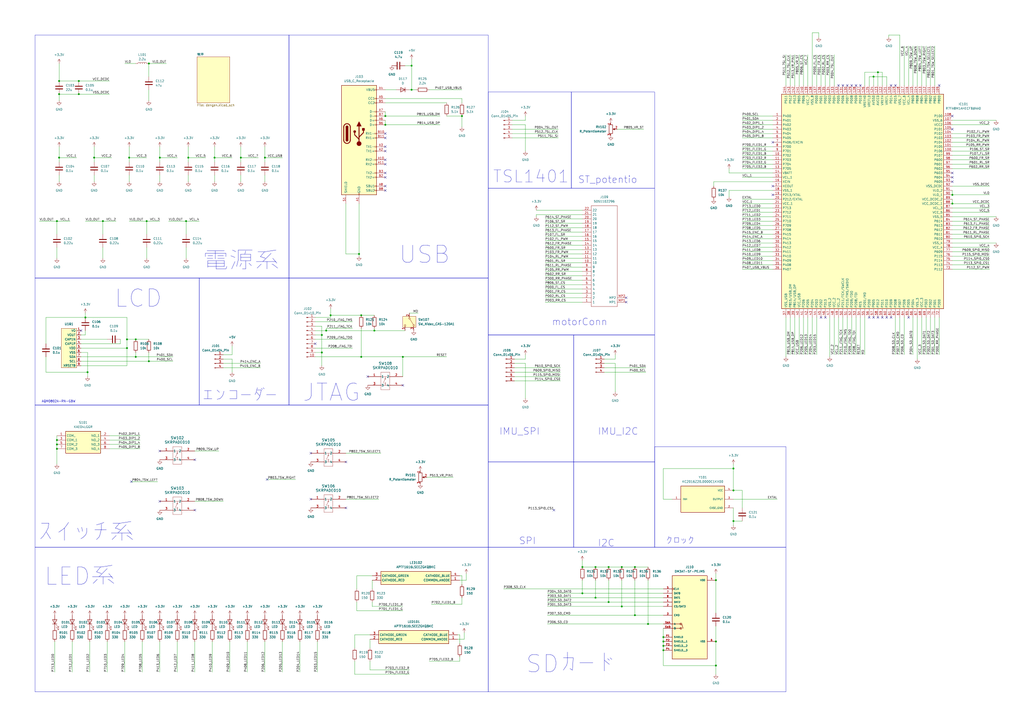
<source format=kicad_sch>
(kicad_sch (version 20230121) (generator eeschema)
  (paper "A2")
  (junction (at 73.66 201.93))
  (junction (at 191.77 182.88))
  (junction (at 139.7 91.44))
  (junction (at 189.23 191.77))
  (junction (at 375.92 361.95))
  (junction (at 353.06 328.93))
  (junction (at 384.81 377.19))
  (junction (at 45.72 46.99))
  (junction (at 223.52 72.39))
  (junction (at 353.06 349.25))
  (junction (at 86.36 36.83))
  (junction (at 107.95 128.27))
  (junction (at 33.02 260.35))
  (junction (at 33.02 255.27))
  (junction (at 92.71 91.44))
  (junction (at 209.55 207.01))
  (junction (at 337.82 344.17))
  (junction (at 425.45 284.48))
  (junction (at 345.44 346.71))
  (junction (at 415.29 386.08))
  (junction (at 552.45 113.03))
  (junction (at 506.73 44.45))
  (junction (at 415.29 336.55))
  (junction (at 384.81 369.57))
  (junction (at 54.61 91.44))
  (junction (at 209.55 182.88))
  (junction (at 109.22 91.44))
  (junction (at 360.68 351.79))
  (junction (at 360.68 328.93))
  (junction (at 384.81 374.65))
  (junction (at 78.74 207.01))
  (junction (at 186.69 194.31))
  (junction (at 33.02 128.27))
  (junction (at 186.69 204.47))
  (junction (at 33.02 257.81))
  (junction (at 345.44 328.93))
  (junction (at 267.97 67.31))
  (junction (at 425.45 302.26))
  (junction (at 223.52 67.31))
  (junction (at 59.69 128.27))
  (junction (at 238.76 38.1))
  (junction (at 509.27 41.91))
  (junction (at 49.53 184.15))
  (junction (at 233.68 207.01))
  (junction (at 73.66 196.85))
  (junction (at 34.29 54.61))
  (junction (at 78.74 196.85))
  (junction (at 217.17 191.77))
  (junction (at 34.29 91.44))
  (junction (at 85.09 128.27))
  (junction (at 368.3 356.87))
  (junction (at 337.82 328.93))
  (junction (at 50.8 215.9))
  (junction (at 552.45 118.11))
  (junction (at 368.3 328.93))
  (junction (at 415.29 372.11))
  (junction (at 208.28 147.32))
  (junction (at 153.67 91.44))
  (junction (at 34.29 46.99))
  (junction (at 74.93 91.44))
  (junction (at 45.72 54.61))
  (junction (at 86.36 209.55))
  (junction (at 238.76 52.07))
  (junction (at 124.46 91.44))
  (junction (at 425.45 271.78))
  (junction (at 384.81 372.11))
  (no_connect (at 223.52 95.25))
  (no_connect (at 321.31 295.91))
  (no_connect (at 448.31 107.95))
  (no_connect (at 113.03 295.91))
  (no_connect (at 223.52 100.33))
  (no_connect (at 223.52 77.47))
  (no_connect (at 516.89 184.15))
  (no_connect (at 223.52 110.49))
  (no_connect (at 496.57 49.53))
  (no_connect (at 509.27 184.15))
  (no_connect (at 486.41 49.53))
  (no_connect (at 363.22 175.26))
  (no_connect (at 223.52 85.09))
  (no_connect (at 46.99 191.77))
  (no_connect (at 494.03 49.53))
  (no_connect (at 213.36 218.44))
  (no_connect (at 552.45 105.41))
  (no_connect (at 180.34 289.56))
  (no_connect (at 223.52 102.87))
  (no_connect (at 478.79 184.15))
  (no_connect (at 552.45 102.87))
  (no_connect (at 448.31 82.55))
  (no_connect (at 223.52 92.71))
  (no_connect (at 223.52 80.01))
  (no_connect (at 491.49 49.53))
  (no_connect (at 506.73 184.15))
  (no_connect (at 514.35 184.15))
  (no_connect (at 76.2 279.4))
  (no_connect (at 516.89 49.53))
  (no_connect (at 154.94 278.13))
  (no_connect (at 499.11 49.53))
  (no_connect (at 223.52 87.63))
  (no_connect (at 504.19 184.15))
  (no_connect (at 511.81 184.15))
  (no_connect (at 233.68 223.52))
  (no_connect (at 92.71 290.83))
  (no_connect (at 223.52 107.95))
  (no_connect (at 519.43 49.53))
  (no_connect (at 552.45 100.33))
  (no_connect (at 544.83 49.53))
  (no_connect (at 527.05 184.15))
  (no_connect (at 552.45 67.31))
  (no_connect (at 182.88 199.39))
  (no_connect (at 113.03 266.7))
  (no_connect (at 92.71 261.62))
  (no_connect (at 476.25 184.15))
  (no_connect (at 200.66 267.97))
  (no_connect (at 488.95 49.53))
  (no_connect (at 552.45 74.93))
  (no_connect (at 180.34 262.89))
  (no_connect (at 448.31 113.03))
  (no_connect (at 200.66 294.64))
  (no_connect (at 363.22 172.72))
  (wire (pts (xy 483.87 31.75) (xy 483.87 49.53)))
  (wire (pts (xy 46.99 201.93) (xy 73.66 201.93)))
  (wire (pts (xy 182.88 204.47) (xy 186.69 204.47)))
  (wire (pts (xy 521.97 20.32) (xy 521.97 49.53)))
  (wire (pts (xy 337.82 124.46) (xy 311.15 124.46)))
  (wire (pts (xy 266.7 334.01) (xy 267.97 334.01)))
  (wire (pts (xy 238.76 38.1) (xy 238.76 52.07)))
  (wire (pts (xy 124.46 91.44) (xy 134.62 91.44)))
  (wire (pts (xy 316.23 137.16) (xy 337.82 137.16)))
  (wire (pts (xy 552.45 156.21) (xy 574.04 156.21)))
  (wire (pts (xy 33.02 255.27) (xy 33.02 257.81)))
  (wire (pts (xy 317.5 356.87) (xy 368.3 356.87)))
  (wire (pts (xy 34.29 85.09) (xy 34.29 91.44)))
  (wire (pts (xy 298.45 208.28) (xy 304.8 208.28)))
  (wire (pts (xy 527.05 49.53) (xy 527.05 26.67)))
  (wire (pts (xy 384.81 374.65) (xy 384.81 377.19)))
  (wire (pts (xy 107.95 128.27) (xy 115.57 128.27)))
  (wire (pts (xy 92.71 91.44) (xy 92.71 93.98)))
  (wire (pts (xy 217.17 190.5) (xy 217.17 191.77)))
  (wire (pts (xy 208.28 147.32) (xy 208.28 148.59)))
  (wire (pts (xy 207.01 334.01) (xy 207.01 341.63)))
  (wire (pts (xy 537.21 184.15) (xy 537.21 205.74)))
  (wire (pts (xy 52.07 389.89) (xy 52.07 372.11)))
  (wire (pts (xy 81.28 260.35) (xy 63.5 260.35)))
  (wire (pts (xy 73.66 196.85) (xy 78.74 196.85)))
  (wire (pts (xy 384.81 372.11) (xy 384.81 374.65)))
  (wire (pts (xy 46.99 194.31) (xy 49.53 194.31)))
  (wire (pts (xy 153.67 372.11) (xy 153.67 389.89)))
  (wire (pts (xy 455.93 184.15) (xy 455.93 207.01)))
  (wire (pts (xy 134.62 200.66) (xy 134.62 205.74)))
  (wire (pts (xy 353.06 349.25) (xy 384.81 349.25)))
  (wire (pts (xy 316.23 172.72) (xy 337.82 172.72)))
  (wire (pts (xy 266.7 383.54) (xy 266.7 381)))
  (wire (pts (xy 375.92 361.95) (xy 384.81 361.95)))
  (wire (pts (xy 461.01 31.75) (xy 461.01 49.53)))
  (wire (pts (xy 537.21 26.67) (xy 537.21 49.53)))
  (wire (pts (xy 491.49 184.15) (xy 491.49 205.74)))
  (wire (pts (xy 200.66 147.32) (xy 208.28 147.32)))
  (wire (pts (xy 266.7 368.3) (xy 266.7 373.38)))
  (wire (pts (xy 471.17 184.15) (xy 471.17 205.74)))
  (wire (pts (xy 539.75 184.15) (xy 539.75 205.74)))
  (wire (pts (xy 552.45 107.95) (xy 574.04 107.95)))
  (wire (pts (xy 76.2 279.4) (xy 91.44 279.4)))
  (wire (pts (xy 304.8 208.28) (xy 304.8 205.74)))
  (wire (pts (xy 422.91 100.33) (xy 448.31 100.33)))
  (wire (pts (xy 552.45 118.11) (xy 574.04 118.11)))
  (wire (pts (xy 223.52 69.85) (xy 223.52 72.39)))
  (wire (pts (xy 200.66 289.56) (xy 219.71 289.56)))
  (wire (pts (xy 542.29 26.67) (xy 542.29 49.53)))
  (wire (pts (xy 458.47 31.75) (xy 458.47 49.53)))
  (wire (pts (xy 46.99 209.55) (xy 86.36 209.55)))
  (wire (pts (xy 430.53 138.43) (xy 448.31 138.43)))
  (wire (pts (xy 186.69 204.47) (xy 186.69 212.09)))
  (wire (pts (xy 552.45 143.51) (xy 574.04 143.51)))
  (wire (pts (xy 552.45 113.03) (xy 574.04 113.03)))
  (wire (pts (xy 345.44 328.93) (xy 353.06 328.93)))
  (wire (pts (xy 129.54 208.28) (xy 134.62 208.28)))
  (wire (pts (xy 34.29 91.44) (xy 34.29 93.98)))
  (wire (pts (xy 205.74 391.16) (xy 237.49 391.16)))
  (wire (pts (xy 85.09 143.51) (xy 85.09 149.86)))
  (wire (pts (xy 191.77 182.88) (xy 191.77 179.07)))
  (wire (pts (xy 189.23 190.5) (xy 189.23 191.77)))
  (wire (pts (xy 33.02 143.51) (xy 33.02 149.86)))
  (wire (pts (xy 297.18 77.47) (xy 323.85 77.47)))
  (wire (pts (xy 552.45 148.59) (xy 574.04 148.59)))
  (wire (pts (xy 182.88 207.01) (xy 209.55 207.01)))
  (wire (pts (xy 59.69 128.27) (xy 67.31 128.27)))
  (wire (pts (xy 26.67 199.39) (xy 26.67 184.15)))
  (wire (pts (xy 463.55 184.15) (xy 463.55 205.74)))
  (wire (pts (xy 358.14 74.93) (xy 373.38 74.93)))
  (wire (pts (xy 552.45 138.43) (xy 574.04 138.43)))
  (wire (pts (xy 233.68 207.01) (xy 259.08 207.01)))
  (wire (pts (xy 552.45 125.73) (xy 577.85 125.73)))
  (wire (pts (xy 448.31 118.11) (xy 430.53 118.11)))
  (wire (pts (xy 539.75 26.67) (xy 539.75 49.53)))
  (wire (pts (xy 73.66 184.15) (xy 49.53 184.15)))
  (wire (pts (xy 81.28 252.73) (xy 63.5 252.73)))
  (wire (pts (xy 34.29 101.6) (xy 34.29 105.41)))
  (wire (pts (xy 109.22 91.44) (xy 119.38 91.44)))
  (wire (pts (xy 552.45 97.79) (xy 574.04 97.79)))
  (wire (pts (xy 468.63 184.15) (xy 468.63 205.74)))
  (wire (pts (xy 430.53 135.89) (xy 448.31 135.89)))
  (wire (pts (xy 74.93 91.44) (xy 85.09 91.44)))
  (wire (pts (xy 233.68 207.01) (xy 233.68 218.44)))
  (wire (pts (xy 102.87 389.89) (xy 102.87 372.11)))
  (wire (pts (xy 316.23 129.54) (xy 337.82 129.54)))
  (wire (pts (xy 473.71 31.75) (xy 473.71 49.53)))
  (wire (pts (xy 552.45 151.13) (xy 574.04 151.13)))
  (wire (pts (xy 430.53 123.19) (xy 448.31 123.19)))
  (wire (pts (xy 534.67 26.67) (xy 534.67 49.53)))
  (wire (pts (xy 384.81 364.49) (xy 384.81 369.57)))
  (wire (pts (xy 297.18 80.01) (xy 323.85 80.01)))
  (wire (pts (xy 422.91 97.79) (xy 422.91 100.33)))
  (wire (pts (xy 184.15 372.11) (xy 184.15 389.89)))
  (wire (pts (xy 33.02 128.27) (xy 40.64 128.27)))
  (wire (pts (xy 430.53 130.81) (xy 448.31 130.81)))
  (wire (pts (xy 139.7 85.09) (xy 139.7 91.44)))
  (wire (pts (xy 481.33 184.15) (xy 481.33 207.01)))
  (wire (pts (xy 223.52 59.69) (xy 259.08 59.69)))
  (wire (pts (xy 430.53 80.01) (xy 448.31 80.01)))
  (wire (pts (xy 430.53 69.85) (xy 448.31 69.85)))
  (wire (pts (xy 270.51 336.55) (xy 270.51 332.74)))
  (wire (pts (xy 304.8 72.39) (xy 304.8 87.63)))
  (wire (pts (xy 316.23 157.48) (xy 337.82 157.48)))
  (wire (pts (xy 316.23 170.18) (xy 337.82 170.18)))
  (wire (pts (xy 552.45 130.81) (xy 574.04 130.81)))
  (wire (pts (xy 488.95 184.15) (xy 488.95 205.74)))
  (wire (pts (xy 317.5 344.17) (xy 337.82 344.17)))
  (wire (pts (xy 205.74 368.3) (xy 205.74 375.92)))
  (wire (pts (xy 474.98 19.05) (xy 471.17 19.05)))
  (wire (pts (xy 292.1 341.63) (xy 384.81 341.63)))
  (wire (pts (xy 238.76 52.07) (xy 241.3 52.07)))
  (wire (pts (xy 317.5 346.71) (xy 345.44 346.71)))
  (wire (pts (xy 422.91 110.49) (xy 448.31 110.49)))
  (wire (pts (xy 153.67 85.09) (xy 153.67 91.44)))
  (wire (pts (xy 191.77 184.15) (xy 191.77 182.88)))
  (wire (pts (xy 33.02 128.27) (xy 33.02 135.89)))
  (wire (pts (xy 186.69 194.31) (xy 186.69 204.47)))
  (wire (pts (xy 430.53 87.63) (xy 448.31 87.63)))
  (wire (pts (xy 430.53 120.65) (xy 448.31 120.65)))
  (wire (pts (xy 430.53 72.39) (xy 448.31 72.39)))
  (wire (pts (xy 532.13 26.67) (xy 532.13 49.53)))
  (wire (pts (xy 92.71 101.6) (xy 92.71 105.41)))
  (wire (pts (xy 59.69 128.27) (xy 59.69 135.89)))
  (wire (pts (xy 82.55 389.89) (xy 82.55 372.11)))
  (wire (pts (xy 511.81 49.53) (xy 511.81 41.91)))
  (wire (pts (xy 514.35 49.53) (xy 514.35 44.45)))
  (wire (pts (xy 375.92 336.55) (xy 375.92 361.95)))
  (wire (pts (xy 220.98 262.89) (xy 200.66 262.89)))
  (wire (pts (xy 374.65 215.9) (xy 350.52 215.9)))
  (wire (pts (xy 316.23 147.32) (xy 337.82 147.32)))
  (wire (pts (xy 248.92 52.07) (xy 267.97 52.07)))
  (wire (pts (xy 514.35 44.45) (xy 506.73 44.45)))
  (wire (pts (xy 209.55 190.5) (xy 209.55 207.01)))
  (wire (pts (xy 266.7 336.55) (xy 270.51 336.55)))
  (wire (pts (xy 499.11 184.15) (xy 499.11 205.74)))
  (wire (pts (xy 72.39 389.89) (xy 72.39 372.11)))
  (wire (pts (xy 50.8 204.47) (xy 50.8 215.9)))
  (wire (pts (xy 50.8 215.9) (xy 50.8 218.44)))
  (wire (pts (xy 430.53 67.31) (xy 448.31 67.31)))
  (wire (pts (xy 509.27 41.91) (xy 509.27 49.53)))
  (wire (pts (xy 430.53 294.64) (xy 430.53 284.48)))
  (wire (pts (xy 304.8 69.85) (xy 304.8 67.31)))
  (wire (pts (xy 297.18 72.39) (xy 304.8 72.39)))
  (wire (pts (xy 552.45 72.39) (xy 574.04 72.39)))
  (wire (pts (xy 73.66 212.09) (xy 46.99 212.09)))
  (wire (pts (xy 259.08 67.31) (xy 267.97 67.31)))
  (wire (pts (xy 109.22 85.09) (xy 109.22 91.44)))
  (wire (pts (xy 466.09 184.15) (xy 466.09 205.74)))
  (wire (pts (xy 129.54 213.36) (xy 151.13 213.36)))
  (wire (pts (xy 223.52 52.07) (xy 229.87 52.07)))
  (wire (pts (xy 34.29 36.83) (xy 34.29 46.99)))
  (wire (pts (xy 234.95 38.1) (xy 238.76 38.1)))
  (wire (pts (xy 415.29 372.11) (xy 415.29 386.08)))
  (wire (pts (xy 384.81 289.56) (xy 389.89 289.56)))
  (wire (pts (xy 552.45 80.01) (xy 574.04 80.01)))
  (wire (pts (xy 356.87 205.74) (xy 356.87 208.28)))
  (wire (pts (xy 544.83 184.15) (xy 544.83 205.74)))
  (wire (pts (xy 34.29 91.44) (xy 44.45 91.44)))
  (wire (pts (xy 511.81 41.91) (xy 509.27 41.91)))
  (wire (pts (xy 86.36 209.55) (xy 100.33 209.55)))
  (wire (pts (xy 316.23 165.1) (xy 337.82 165.1)))
  (wire (pts (xy 468.63 31.75) (xy 468.63 49.53)))
  (wire (pts (xy 455.93 31.75) (xy 455.93 49.53)))
  (wire (pts (xy 182.88 184.15) (xy 191.77 184.15)))
  (wire (pts (xy 350.52 210.82) (xy 356.87 210.82)))
  (wire (pts (xy 46.99 204.47) (xy 50.8 204.47)))
  (wire (pts (xy 223.52 64.77) (xy 223.52 67.31)))
  (wire (pts (xy 204.47 190.5) (xy 189.23 190.5)))
  (wire (pts (xy 552.45 153.67) (xy 574.04 153.67)))
  (wire (pts (xy 368.3 328.93) (xy 375.92 328.93)))
  (wire (pts (xy 494.03 184.15) (xy 494.03 205.74)))
  (wire (pts (xy 337.82 328.93) (xy 345.44 328.93)))
  (wire (pts (xy 317.5 351.79) (xy 360.68 351.79)))
  (wire (pts (xy 471.17 19.05) (xy 471.17 49.53)))
  (wire (pts (xy 86.36 44.45) (xy 86.36 36.83)))
  (wire (pts (xy 384.81 377.19) (xy 384.81 386.08)))
  (wire (pts (xy 552.45 133.35) (xy 574.04 133.35)))
  (wire (pts (xy 532.13 184.15) (xy 532.13 208.28)))
  (wire (pts (xy 134.62 208.28) (xy 134.62 215.9)))
  (wire (pts (xy 62.23 389.89) (xy 62.23 372.11)))
  (wire (pts (xy 552.45 77.47) (xy 574.04 77.47)))
  (wire (pts (xy 109.22 91.44) (xy 109.22 93.98)))
  (wire (pts (xy 316.23 175.26) (xy 337.82 175.26)))
  (wire (pts (xy 430.53 133.35) (xy 448.31 133.35)))
  (wire (pts (xy 425.45 269.24) (xy 425.45 271.78)))
  (wire (pts (xy 501.65 184.15) (xy 501.65 205.74)))
  (wire (pts (xy 123.19 389.89) (xy 123.19 372.11)))
  (wire (pts (xy 74.93 128.27) (xy 85.09 128.27)))
  (wire (pts (xy 304.8 210.82) (xy 304.8 231.14)))
  (wire (pts (xy 238.76 34.29) (xy 238.76 38.1)))
  (wire (pts (xy 360.68 351.79) (xy 384.81 351.79)))
  (wire (pts (xy 223.52 72.39) (xy 255.27 72.39)))
  (wire (pts (xy 86.36 58.42) (xy 86.36 52.07)))
  (wire (pts (xy 214.63 368.3) (xy 205.74 368.3)))
  (wire (pts (xy 96.52 36.83) (xy 86.36 36.83)))
  (wire (pts (xy 316.23 139.7) (xy 337.82 139.7)))
  (wire (pts (xy 552.45 82.55) (xy 574.04 82.55)))
  (wire (pts (xy 384.81 271.78) (xy 425.45 271.78)))
  (wire (pts (xy 311.15 124.46) (xy 311.15 125.73)))
  (wire (pts (xy 350.52 208.28) (xy 356.87 208.28)))
  (wire (pts (xy 461.01 184.15) (xy 461.01 205.74)))
  (wire (pts (xy 46.99 207.01) (xy 78.74 207.01)))
  (wire (pts (xy 237.49 181.61) (xy 242.57 181.61)))
  (wire (pts (xy 552.45 120.65) (xy 574.04 120.65)))
  (wire (pts (xy 552.45 92.71) (xy 574.04 92.71)))
  (wire (pts (xy 524.51 49.53) (xy 524.51 26.67)))
  (wire (pts (xy 430.53 90.17) (xy 448.31 90.17)))
  (wire (pts (xy 133.35 389.89) (xy 133.35 372.11)))
  (wire (pts (xy 46.99 199.39) (xy 69.85 199.39)))
  (wire (pts (xy 124.46 85.09) (xy 124.46 91.44)))
  (wire (pts (xy 215.9 341.63) (xy 215.9 336.55)))
  (wire (pts (xy 360.68 336.55) (xy 360.68 351.79)))
  (wire (pts (xy 463.55 31.75) (xy 463.55 49.53)))
  (wire (pts (xy 430.53 153.67) (xy 448.31 153.67)))
  (wire (pts (xy 448.31 102.87) (xy 430.53 102.87)))
  (wire (pts (xy 22.86 128.27) (xy 33.02 128.27)))
  (wire (pts (xy 430.53 92.71) (xy 448.31 92.71)))
  (wire (pts (xy 182.88 191.77) (xy 189.23 191.77)))
  (wire (pts (xy 552.45 140.97) (xy 577.85 140.97)))
  (wire (pts (xy 430.53 302.26) (xy 425.45 302.26)))
  (wire (pts (xy 182.88 189.23) (xy 186.69 189.23)))
  (wire (pts (xy 41.91 389.89) (xy 41.91 372.11)))
  (wire (pts (xy 483.87 184.15) (xy 483.87 205.74)))
  (wire (pts (xy 124.46 101.6) (xy 124.46 105.41)))
  (wire (pts (xy 26.67 184.15) (xy 49.53 184.15)))
  (wire (pts (xy 143.51 372.11) (xy 143.51 389.89)))
  (wire (pts (xy 317.5 361.95) (xy 375.92 361.95)))
  (wire (pts (xy 81.28 255.27) (xy 63.5 255.27)))
  (wire (pts (xy 384.81 369.57) (xy 384.81 372.11)))
  (wire (pts (xy 552.45 95.25) (xy 574.04 95.25)))
  (wire (pts (xy 78.74 196.85) (xy 86.36 196.85)))
  (wire (pts (xy 384.81 386.08) (xy 415.29 386.08)))
  (wire (pts (xy 139.7 91.44) (xy 149.86 91.44)))
  (wire (pts (xy 59.69 143.51) (xy 59.69 149.86)))
  (wire (pts (xy 265.43 370.84) (xy 269.24 370.84)))
  (wire (pts (xy 425.45 302.26) (xy 425.45 304.8)))
  (wire (pts (xy 207.01 354.33) (xy 233.68 354.33)))
  (wire (pts (xy 92.71 91.44) (xy 102.87 91.44)))
  (wire (pts (xy 317.5 349.25) (xy 353.06 349.25)))
  (wire (pts (xy 34.29 54.61) (xy 34.29 58.42)))
  (wire (pts (xy 524.51 184.15) (xy 524.51 205.74)))
  (wire (pts (xy 466.09 31.75) (xy 466.09 49.53)))
  (wire (pts (xy 54.61 91.44) (xy 54.61 93.98)))
  (wire (pts (xy 92.71 85.09) (xy 92.71 91.44)))
  (wire (pts (xy 92.71 389.89) (xy 92.71 372.11)))
  (wire (pts (xy 298.45 213.36) (xy 325.12 213.36)))
  (wire (pts (xy 63.5 46.99) (xy 45.72 46.99)))
  (wire (pts (xy 107.95 143.51) (xy 107.95 149.86)))
  (wire (pts (xy 214.63 388.62) (xy 237.49 388.62)))
  (wire (pts (xy 297.18 74.93) (xy 323.85 74.93)))
  (wire (pts (xy 415.29 363.22) (xy 415.29 372.11)))
  (wire (pts (xy 237.49 52.07) (xy 238.76 52.07)))
  (wire (pts (xy 54.61 101.6) (xy 54.61 105.41)))
  (wire (pts (xy 298.45 210.82) (xy 304.8 210.82)))
  (wire (pts (xy 33.02 257.81) (xy 33.02 260.35)))
  (wire (pts (xy 33.02 260.35) (xy 33.02 269.24)))
  (wire (pts (xy 207.01 349.25) (xy 207.01 354.33)))
  (wire (pts (xy 337.82 336.55) (xy 337.82 344.17)))
  (wire (pts (xy 316.23 149.86) (xy 337.82 149.86)))
  (wire (pts (xy 316.23 167.64) (xy 337.82 167.64)))
  (wire (pts (xy 506.73 44.45) (xy 506.73 49.53)))
  (wire (pts (xy 337.82 344.17) (xy 384.81 344.17)))
  (wire (pts (xy 515.62 20.32) (xy 521.97 20.32)))
  (wire (pts (xy 552.45 69.85) (xy 577.85 69.85)))
  (wire (pts (xy 311.15 121.92) (xy 337.82 121.92)))
  (wire (pts (xy 182.88 186.69) (xy 204.47 186.69)))
  (wire (pts (xy 153.67 91.44) (xy 153.67 93.98)))
  (wire (pts (xy 481.33 31.75) (xy 481.33 49.53)))
  (wire (pts (xy 34.29 46.99) (xy 45.72 46.99)))
  (wire (pts (xy 74.93 91.44) (xy 74.93 93.98)))
  (wire (pts (xy 297.18 69.85) (xy 304.8 69.85)))
  (wire (pts (xy 223.52 57.15) (xy 267.97 57.15)))
  (wire (pts (xy 415.29 332.74) (xy 415.29 336.55)))
  (wire (pts (xy 414.02 105.41) (xy 448.31 105.41)))
  (wire (pts (xy 425.45 271.78) (xy 425.45 284.48)))
  (wire (pts (xy 34.29 54.61) (xy 45.72 54.61)))
  (wire (pts (xy 414.02 107.95) (xy 414.02 105.41)))
  (wire (pts (xy 298.45 220.98) (xy 325.12 220.98)))
  (wire (pts (xy 298.45 215.9) (xy 325.12 215.9)))
  (wire (pts (xy 473.71 184.15) (xy 473.71 205.74)))
  (wire (pts (xy 215.9 334.01) (xy 207.01 334.01)))
  (wire (pts (xy 430.53 125.73) (xy 448.31 125.73)))
  (wire (pts (xy 46.99 196.85) (xy 62.23 196.85)))
  (wire (pts (xy 430.53 77.47) (xy 448.31 77.47)))
  (wire (pts (xy 49.53 128.27) (xy 59.69 128.27)))
  (wire (pts (xy 26.67 215.9) (xy 50.8 215.9)))
  (wire (pts (xy 86.36 204.47) (xy 86.36 209.55)))
  (wire (pts (xy 217.17 191.77) (xy 234.95 191.77)))
  (wire (pts (xy 316.23 154.94) (xy 337.82 154.94)))
  (wire (pts (xy 182.88 196.85) (xy 204.47 196.85)))
  (wire (pts (xy 430.53 74.93) (xy 448.31 74.93)))
  (wire (pts (xy 430.53 284.48) (xy 425.45 284.48)))
  (wire (pts (xy 186.69 189.23) (xy 186.69 194.31)))
  (wire (pts (xy 233.68 351.79) (xy 215.9 351.79)))
  (wire (pts (xy 476.25 31.75) (xy 476.25 49.53)))
  (wire (pts (xy 26.67 207.01) (xy 26.67 215.9)))
  (wire (pts (xy 552.45 85.09) (xy 574.04 85.09)))
  (wire (pts (xy 182.88 201.93) (xy 204.47 201.93)))
  (wire (pts (xy 267.97 67.31) (xy 267.97 73.66)))
  (wire (pts (xy 430.53 156.21) (xy 448.31 156.21)))
  (wire (pts (xy 542.29 184.15) (xy 542.29 205.74)))
  (wire (pts (xy 316.23 160.02) (xy 337.82 160.02)))
  (wire (pts (xy 552.45 128.27) (xy 574.04 128.27)))
  (wire (pts (xy 85.09 128.27) (xy 85.09 135.89)))
  (wire (pts (xy 415.29 336.55) (xy 415.29 355.6)))
  (wire (pts (xy 267.97 57.15) (xy 267.97 59.69)))
  (wire (pts (xy 430.53 97.79) (xy 448.31 97.79)))
  (wire (pts (xy 63.5 54.61) (xy 45.72 54.61)))
  (wire (pts (xy 504.19 44.45) (xy 506.73 44.45)))
  (wire (pts (xy 316.23 132.08) (xy 337.82 132.08)))
  (wire (pts (xy 223.52 67.31) (xy 255.27 67.31)))
  (wire (pts (xy 374.65 213.36) (xy 350.52 213.36)))
  (wire (pts (xy 316.23 144.78) (xy 337.82 144.78)))
  (wire (pts (xy 552.45 135.89) (xy 574.04 135.89)))
  (wire (pts (xy 72.39 36.83) (xy 78.74 36.83)))
  (wire (pts (xy 54.61 91.44) (xy 64.77 91.44)))
  (wire (pts (xy 85.09 128.27) (xy 92.71 128.27)))
  (wire (pts (xy 430.53 146.05) (xy 448.31 146.05)))
  (wire (pts (xy 209.55 182.88) (xy 217.17 182.88)))
  (wire (pts (xy 425.45 302.26) (xy 425.45 294.64)))
  (wire (pts (xy 552.45 90.17) (xy 574.04 90.17)))
  (wire (pts (xy 74.93 101.6) (xy 74.93 105.41)))
  (wire (pts (xy 74.93 85.09) (xy 74.93 91.44)))
  (wire (pts (xy 134.62 205.74) (xy 129.54 205.74)))
  (wire (pts (xy 356.87 210.82) (xy 356.87 227.33)))
  (wire (pts (xy 353.06 328.93) (xy 360.68 328.93)))
  (wire (pts (xy 49.53 194.31) (xy 49.53 191.77)))
  (wire (pts (xy 384.81 289.56) (xy 384.81 271.78)))
  (wire (pts (xy 425.45 289.56) (xy 450.85 289.56)))
  (wire (pts (xy 552.45 110.49) (xy 552.45 113.03)))
  (wire (pts (xy 113.03 389.89) (xy 113.03 372.11)))
  (wire (pts (xy 478.79 31.75) (xy 478.79 49.53)))
  (wire (pts (xy 73.66 196.85) (xy 73.66 184.15)))
  (wire (pts (xy 552.45 87.63) (xy 574.04 87.63)))
  (wire (pts (xy 496.57 184.15) (xy 496.57 205.74)))
  (wire (pts (xy 73.66 196.85) (xy 73.66 201.93)))
  (wire (pts (xy 109.22 101.6) (xy 109.22 105.41)))
  (wire (pts (xy 534.67 184.15) (xy 534.67 205.74)))
  (wire (pts (xy 345.44 336.55) (xy 345.44 346.71)))
  (wire (pts (xy 430.53 140.97) (xy 448.31 140.97)))
  (wire (pts (xy 173.99 372.11) (xy 173.99 389.89)))
  (wire (pts (xy 501.65 49.53) (xy 501.65 41.91)))
  (wire (pts (xy 139.7 101.6) (xy 139.7 105.41)))
  (wire (pts (xy 214.63 375.92) (xy 214.63 370.84)))
  (wire (pts (xy 552.45 123.19) (xy 574.04 123.19)))
  (wire (pts (xy 552.45 115.57) (xy 552.45 118.11)))
  (wire (pts (xy 430.53 148.59) (xy 448.31 148.59)))
  (wire (pts (xy 209.55 207.01) (xy 233.68 207.01)))
  (wire (pts (xy 31.75 389.89) (xy 31.75 372.11)))
  (wire (pts (xy 200.66 118.11) (xy 200.66 147.32)))
  (wire (pts (xy 153.67 101.6) (xy 153.67 105.41)))
  (wire (pts (xy 171.45 278.13) (xy 154.94 278.13)))
  (wire (pts (xy 422.91 114.3) (xy 422.91 110.49)))
  (wire (pts (xy 430.53 128.27) (xy 448.31 128.27)))
  (wire (pts (xy 368.3 336.55) (xy 368.3 356.87)))
  (wire (pts (xy 113.03 261.62) (xy 127 261.62)))
  (wire (pts (xy 78.74 204.47) (xy 78.74 207.01)))
  (wire (pts (xy 316.23 142.24) (xy 337.82 142.24)))
  (wire (pts (xy 504.19 49.53) (xy 504.19 44.45)))
  (wire (pts (xy 129.54 210.82) (xy 151.13 210.82)))
  (wire (pts (xy 208.28 118.11) (xy 208.28 147.32)))
  (wire (pts (xy 163.83 372.11) (xy 163.83 389.89)))
  (wire (pts (xy 430.53 143.51) (xy 448.31 143.51)))
  (wire (pts (xy 267.97 350.52) (xy 267.97 346.71)))
  (wire (pts (xy 430.53 115.57) (xy 448.31 115.57)))
  (wire (pts (xy 430.53 151.13) (xy 448.31 151.13)))
  (wire (pts (xy 515.62 21.59) (xy 515.62 20.32)))
  (wire (pts (xy 189.23 191.77) (xy 217.17 191.77)))
  (wire (pts (xy 69.85 196.85) (xy 69.85 199.39)))
  (wire (pts (xy 458.47 184.15) (xy 458.47 205.74)))
  (wire (pts (xy 353.06 336.55) (xy 353.06 349.25)))
  (wire (pts (xy 521.97 184.15) (xy 521.97 205.74)))
  (wire (pts (xy 415.29 391.16) (xy 415.29 386.08)))
  (wire (pts (xy 107.95 128.27) (xy 107.95 135.89)))
  (wire (pts (xy 316.23 127) (xy 337.82 127)))
  (wire (pts (xy 113.03 290.83) (xy 129.54 290.83)))
  (wire (pts (xy 316.23 162.56) (xy 337.82 162.56)))
  (wire (pts (xy 214.63 383.54) (xy 214.63 388.62)))
  (wire (pts (xy 529.59 26.67) (xy 529.59 49.53)))
  (wire (pts (xy 552.45 146.05) (xy 574.04 146.05)))
  (wire (pts (xy 78.74 207.01) (xy 100.33 207.01)))
  (wire (pts (xy 247.65 276.86) (xy 262.89 276.86)))
  (wire (pts (xy 269.24 370.84) (xy 269.24 367.03)))
  (wire (pts (xy 153.67 91.44) (xy 163.83 91.44)))
  (wire (pts (xy 215.9 351.79) (xy 215.9 349.25)))
  (wire (pts (xy 360.68 328.93) (xy 368.3 328.93)))
  (wire (pts (xy 33.02 252.73) (xy 33.02 255.27)))
  (wire (pts (xy 124.46 91.44) (xy 124.46 93.98)))
  (wire (pts (xy 248.92 383.54) (xy 266.7 383.54)))
  (wire (pts (xy 265.43 368.3) (xy 266.7 368.3)))
  (wire (pts (xy 368.3 356.87) (xy 384.81 356.87)))
  (wire (pts (xy 486.41 184.15) (xy 486.41 205.74)))
  (wire (pts (xy 430.53 95.25) (xy 448.31 95.25)))
  (wire (pts (xy 205.74 391.16) (xy 205.74 383.54)))
  (wire (pts (xy 191.77 182.88) (xy 209.55 182.88)))
  (wire (pts (xy 501.65 41.91) (xy 509.27 41.91)))
  (wire (pts (xy 54.61 85.09) (xy 54.61 91.44)))
  (wire (pts (xy 345.44 346.71) (xy 384.81 346.71)))
  (wire (pts (xy 73.66 201.93) (xy 73.66 212.09)))
  (wire (pts (xy 97.79 128.27) (xy 107.95 128.27)))
  (wire (pts (xy 267.97 334.01) (xy 267.97 339.09)))
  (wire (pts (xy 337.82 325.12) (xy 337.82 328.93)))
  (wire (pts (xy 139.7 91.44) (xy 139.7 93.98)))
  (wire (pts (xy 519.43 184.15) (xy 519.43 205.74)))
  (wire (pts (xy 529.59 184.15) (xy 529.59 205.74)))
  (wire (pts (xy 250.19 350.52) (xy 267.97 350.52)))
  (wire (pts (xy 316.23 152.4) (xy 337.82 152.4)))
  (wire (pts (xy 430.53 85.09) (xy 448.31 85.09)))
  (wire (pts (xy 49.53 181.61) (xy 49.53 184.15)))
  (wire (pts (xy 81.28 257.81) (xy 63.5 257.81)))
  (wire (pts (xy 182.88 194.31) (xy 186.69 194.31)))
  (wire (pts (xy 298.45 218.44) (xy 325.12 218.44)))
  (wire (pts (xy 474.98 21.59) (xy 474.98 19.05)))
  (wire (pts (xy 316.23 134.62) (xy 337.82 134.62)))
  (rectangle (start 332.74 194.31) (end 379.73 267.97))
  (rectangle (start 283.21 317.5) (end 455.93 401.32))
  (rectangle (start 283.21 109.22) (end 379.73 194.31))
  (rectangle (start 20.32 317.5) (end 283.21 401.32))
  (rectangle (start 379.73 259.08) (end 455.93 317.5))
  (rectangle (start 20.32 234.95) (end 283.21 317.5))
  (rectangle (start 167.64 161.29) (end 283.21 234.95))
  (rectangle (start 167.64 20.32) (end 283.21 161.29))
  (rectangle (start 283.21 53.34) (end 331.47 109.22))
  (rectangle (start 115.57 161.29) (end 167.64 234.95))
  (rectangle (start 20.32 161.29) (end 115.57 234.95))
  (rectangle (start 283.21 267.97) (end 332.74 317.5))
  (rectangle (start 332.74 267.97) (end 379.73 317.5))
  (rectangle (start 20.32 20.32) (end 167.64 161.29))
  (rectangle (start 283.21 194.31) (end 332.74 267.97))
  (rectangle (start 331.47 53.34) (end 379.73 109.22))
  (text "スイッチ系" (at 21.59 314.96 0) (effects (font (size 10 10)) (justify left bottom)))
  (text "ST_potentio\n" (at 335.28 106.68 0) (effects (font (size 4 4)) (justify left bottom)))
  (text "エンコーダー" (at 116.84 233.68 0) (effects (font (size 7 7)) (justify left bottom)))
  (text "USB" (at 231.14 153.67 0) (effects (font (size 10 10)) (justify left bottom)))
  (text "JTAG" (at 175.26 233.68 0) (effects (font (size 10 10)) (justify left bottom)))
  (text "motorConn" (at 320.04 189.23 0) (effects (font (size 4 4)) (justify left bottom)))
  (text "SPI" (at 300.99 316.23 0) (effects (font (size 4 4)) (justify left bottom)))
  (text "TSL1401" (at 285.75 106.68 0) (effects (font (size 7 7)) (justify left bottom)))
  (text "IMU_SPI" (at 289.56 252.73 0) (effects (font (size 4 4)) (justify left bottom)))
  (text "LED系" (at 25.4 340.36 0) (effects (font (size 10 10)) (justify left bottom)))
  (text "SDカード" (at 304.8 391.16 0) (effects (font (size 10 10)) (justify left bottom)))
  (text "AQM0802A-RN-GBW" (at 24.13 233.68 0) (effects (font (size 1.27 1.27)) (justify left bottom)))
  (text "クロック\n" (at 386.08 316.23 0) (effects (font (size 4 4)) (justify left bottom)))
  (text "I2C" (at 346.71 317.5 0) (effects (font (size 4 4)) (justify left bottom)))
  (text "LCD" (at 66.04 179.07 0) (effects (font (size 10 10)) (justify left bottom)))
  (text "電源系" (at 118.11 157.48 0) (effects (font (size 10 10)) (justify left bottom)))
  (text "IMU_I2C" (at 346.71 252.73 0) (effects (font (size 4 4)) (justify left bottom)))
  (label "VCC_3" (at 85.09 91.44 180))
  (label "P115_SPI0_MOSI" (at 325.12 218.44 180))
  (label "P710_LED3" (at 62.23 389.89 90))
  (label "P415_ENC_B" (at 430.53 135.89 0))
  (label "P408_LED11" (at 143.51 389.89 90))
  (label "VCC_3" (at 534.67 205.74 90))
  (label "VCC_USB" (at 163.83 91.44 180))
  (label "P713_LED0" (at 31.75 389.89 90))
  (label "P806_ST_CS" (at 466.09 31.75 270))
  (label "VCC_1" (at 44.45 91.44 180))
  (label "P405_DIP1_8" (at 81.28 260.35 180))
  (label "P803_TSW_RIGHT" (at 171.45 278.13 180))
  (label "P104_RL_PWM" (at 316.23 149.86 0))
  (label "P713_LED0" (at 430.53 120.65 0))
  (label "P701_FLED1_G" (at 233.68 354.33 180))
  (label "P710_LED3" (at 430.53 128.27 0))
  (label "EXTAL" (at 430.53 115.57 0))
  (label "VCC_1" (at 430.53 118.11 0))
  (label "P704_FLED2_G" (at 430.53 95.25 0))
  (label "EXTAL" (at 450.85 289.56 180))
  (label "P610_SPI0_SCK" (at 325.12 213.36 180))
  (label "P613_FL_PHASE" (at 316.23 134.62 0))
  (label "P113_SPI0_CS1" (at 574.04 153.67 180))
  (label "P601_RL_SR" (at 316.23 152.4 0))
  (label "VCC_2" (at 64.77 91.44 180))
  (label "P106_ST_SR" (at 574.04 87.63 180))
  (label "P300_RR_PHASE" (at 316.23 162.56 0))
  (label "P403_DIP1_2" (at 81.28 255.27 180))
  (label "P400_SCL" (at 100.33 209.55 180))
  (label "P206_LED12" (at 153.67 389.89 90))
  (label "P107_FL_SR" (at 574.04 90.17 180))
  (label "P614_ST_PHASE" (at 574.04 128.27 180))
  (label "P600_FR_SR" (at 316.23 144.78 0))
  (label "P802_TSW_SELECT1" (at 220.98 262.89 180))
  (label "P708_LED5" (at 82.55 389.89 90))
  (label "P203_LED15" (at 473.71 205.74 90))
  (label "P300_RR_PHASE" (at 544.83 205.74 90))
  (label "P709_LED4" (at 430.53 130.81 0))
  (label "P806_ST_CS" (at 316.23 165.1 0))
  (label "P814_USB_DP" (at 255.27 72.39 180))
  (label "P611_RL_PHASE" (at 574.04 135.89 180))
  (label "P103_FR_PWM" (at 574.04 80.01 180))
  (label "VCC_USB" (at 463.55 205.74 90))
  (label "P413_LED6" (at 92.71 389.89 90))
  (label "VCC_DCDC" (at 63.5 46.99 180))
  (label "VLO_OUT" (at 97.79 128.27 0))
  (label "P307_SD_CMD" (at 521.97 205.74 90))
  (label "P701_FLED1_G" (at 430.53 87.63 0))
  (label "P208_JTAG_TDI" (at 204.47 201.93 180))
  (label "P407_USB_VBUS" (at 430.53 156.21 0))
  (label "P408_LED11" (at 430.53 153.67 0))
  (label "P302_SD_DAT2" (at 539.75 205.74 90))
  (label "VCC_7" (at 149.86 91.44 180))
  (label "P209_JTAG_TDO" (at 204.47 196.85 180))
  (label "VLO_OUT" (at 49.53 128.27 0))
  (label "P808_TSW_DOWN" (at 532.13 26.67 270))
  (label "VCC_7" (at 468.63 31.75 270))
  (label "VSS_DCDC" (at 574.04 107.95 180))
  (label "P801_TSW_SELECT2" (at 219.71 289.56 180))
  (label "P105_RR_PWM" (at 574.04 85.09 180))
  (label "P002_RL_CS" (at 316.23 172.72 0))
  (label "P609_SPI0_MISO" (at 574.04 146.05 180))
  (label "P102_FL_PWM" (at 316.23 139.7 0))
  (label "P705_FLED2_B" (at 248.92 383.54 0))
  (label "P409_LED10" (at 430.53 151.13 0))
  (label "P400_SCL" (at 374.65 215.9 180))
  (label "P115_SPI0_MOSI" (at 574.04 148.59 180))
  (label "P711_LED2" (at 52.07 389.89 90))
  (label "P802_TSW_SELECT1" (at 539.75 26.67 270))
  (label "VCL_4" (at 115.57 128.27 180))
  (label "P000_FL_CS" (at 316.23 167.64 0))
  (label "P000_FL_CS" (at 473.71 31.75 270))
  (label "P002_RL_CS" (at 478.79 31.75 270))
  (label "P805_VR_ST" (at 373.38 74.93 180))
  (label "P610_SPI0_SCK" (at 574.04 138.43 180))
  (label "P815_USB_DM" (at 458.47 205.74 90))
  (label "P415_ENC_B" (at 151.13 213.36 180))
  (label "P307_SD_CMD" (at 317.5 356.87 0))
  (label "P411_LED8" (at 430.53 146.05 0))
  (label "P511_TSL_SI" (at 455.93 31.75 270))
  (label "P614_ST_PHASE" (at 316.23 127 0))
  (label "P106_ST_SR" (at 316.23 129.54 0))
  (label "P304_SD_DAT0" (at 529.59 205.74 90))
  (label "VLO_OUT" (at 74.93 128.27 0))
  (label "P712_LED1" (at 41.91 389.89 90))
  (label "VLO_OUT" (at 22.86 128.27 0))
  (label "P209_JTAG_TDO" (at 494.03 205.74 90))
  (label "P808_TSW_DOWN" (at 129.54 290.83 180))
  (label "P404_DIP1_4" (at 81.28 257.81 180))
  (label "P413_LED6" (at 430.53 140.97 0))
  (label "P401_SDA" (at 430.53 69.85 0))
  (label "VCC_4" (at 102.87 91.44 180))
  (label "P512_TSL_CLK" (at 323.85 77.47 180))
  (label "P412_LED7" (at 430.53 143.51 0))
  (label "P205_LED13" (at 468.63 205.74 90))
  (label "P703_FLED2_R" (at 430.53 92.71 0))
  (label "P404_DIP1_4" (at 430.53 77.47 0))
  (label "P513_VR_PIN1" (at 262.89 276.86 180))
  (label "VCL_1" (at 430.53 102.87 0))
  (label "P410_LED9" (at 430.53 148.59 0))
  (label "VCC_2" (at 574.04 72.39 180))
  (label "P602_RR_SR" (at 316.23 160.02 0))
  (label "P403_DIP1_2" (at 430.53 74.93 0))
  (label "P609_SPI0_MISO" (at 325.12 215.9 180))
  (label "P612_FR_PHASE" (at 574.04 133.35 180))
  (label "P308_SD_CLK" (at 519.43 205.74 90))
  (label "P410_LED9" (at 123.19 389.89 90))
  (label "VCL_3" (at 92.71 128.27 180))
  (label "P004_TSL_OUT" (at 483.87 31.75 270))
  (label "P613_FL_PHASE" (at 574.04 130.81 180))
  (label "P204_LED14" (at 173.99 389.89 90))
  (label "P511_TSL_SI" (at 323.85 80.01 180))
  (label "P003_RR_CS" (at 316.23 175.26 0))
  (label "VLO" (at 574.04 113.03 180))
  (label "RESET" (at 259.08 207.01 180))
  (label "P304_SD_DAT0" (at 317.5 344.17 0))
  (label "P004_TSL_OUT" (at 323.85 74.93 180))
  (label "VCL_2" (at 67.31 128.27 180))
  (label "P804_TSW_LEFT" (at 534.67 26.67 270))
  (label "VCL_1" (at 40.64 128.27 180))
  (label "P105_RR_PWM" (at 316.23 157.48 0))
  (label "P107_FL_SR" (at 316.23 137.16 0))
  (label "P103_FR_PWM" (at 316.23 147.32 0))
  (label "P402_DIP1_1" (at 430.53 72.39 0))
  (label "VCC_5" (at 574.04 123.19 180))
  (label "P211_JTAG_TCK" (at 204.47 190.5 180))
  (label "P512_TSL_CLK" (at 458.47 31.75 270))
  (label "P302_SD_DAT2" (at 317.5 349.25 0))
  (label "MD" (at 501.65 205.74 90))
  (label "P203_LED15" (at 184.15 389.89 90))
  (label "VCC_DCDC" (at 574.04 118.11 180))
  (label "P602_RR_SR" (at 574.04 97.79 180))
  (label "RESET" (at 499.11 205.74 90))
  (label "P801_TSW_SELECT2" (at 542.29 26.67 270))
  (label "P612_FR_PHASE" (at 316.23 142.24 0))
  (label "P411_LED8" (at 113.03 389.89 90))
  (label "P513_VR_PIN1" (at 461.01 31.75 270))
  (label "P704_FLED2_G" (at 237.49 391.16 180))
  (label "P600_FR_SR" (at 574.04 92.71 180))
  (label "P815_USB_DM" (at 255.27 67.31 180))
  (label "VCC_6" (at 134.62 91.44 180))
  (label "P210_JTAG_TMS" (at 204.47 186.69 180))
  (label "P601_RL_SR" (at 574.04 95.25 180))
  (label "VCL_2" (at 486.41 205.74 90))
  (label "P711_LED2" (at 430.53 125.73 0))
  (label "P702_FLED1_B" (at 430.53 90.17 0))
  (label "P412_LED7" (at 102.87 389.89 90))
  (label "P301_SD_DAT3" (at 542.29 205.74 90))
  (label "VSS_DCDC" (at 63.5 54.61 180))
  (label "P204_LED14" (at 471.17 205.74 90))
  (label "P809_TSW_UP" (at 529.59 26.67 270))
  (label "P407_USB_VBUS" (at 267.97 52.07 180))
  (label "VLO_OUT" (at 96.52 36.83 180))
  (label "P303_SD_DAT1" (at 317.5 346.71 0))
  (label "P211_JTAG_TCK" (at 488.95 205.74 90))
  (label "P405_DIP1_8" (at 430.53 80.01 0))
  (label "P814_USB_DP" (at 461.01 205.74 90))
  (label "P803_TSW_RIGHT" (at 537.21 26.67 270))
  (label "P401_SDA" (at 100.33 207.01 180))
  (label "P414_ENC_A" (at 151.13 210.82 180))
  (label "P208_JTAG_TDI" (at 496.57 205.74 90))
  (label "P306_SD_CD" (at 317.5 361.95 0))
  (label "P001_FR_CS" (at 476.25 31.75 270))
  (label "P210_JTAG_TMS" (at 491.49 205.74 90))
  (label "P306_SD_CD" (at 524.51 205.74 90))
  (label "P113_SPI0_CS1" (at 321.31 295.91 180))
  (label "P003_RR_CS" (at 481.33 31.75 270))
  (label "P114_SPI0_CS0" (at 325.12 220.98 180))
  (label "P804_TSW_LEFT" (at 91.44 279.4 180))
  (label "VCC_5" (at 119.38 91.44 180))
  (label "VCC_4" (at 574.04 143.51 180))
  (label "P104_RL_PWM" (at 574.04 82.55 180))
  (label "VLO" (at 72.39 36.83 0))
  (label "P414_ENC_A" (at 430.53 138.43 0))
  (label "P611_RL_PHASE" (at 316.23 154.94 0))
  (label "VCL_3" (at 574.04 120.65 180))
  (label "P308_SD_CLK" (at 292.1 341.63 0))
  (label "P102_FL_PWM" (at 574.04 77.47 180))
  (label "P301_SD_DAT3" (at 317.5 351.79 0))
  (label "VCC_2" (at 483.87 205.74 90))
  (label "P708_LED5" (at 430.53 133.35 0))
  (label "P709_LED4" (at 72.39 389.89 90))
  (label "P112_ST_PWM" (at 574.04 156.21 180))
  (label "MD" (at 242.57 181.61 180))
  (label "P809_TSW_UP" (at 127 261.62 180))
  (label "P400_SCL" (at 430.53 67.31 0))
  (label "P114_SPI0_CS0" (at 574.04 151.13 180))
  (label "P700_FLED1_R" (at 430.53 85.09 0))
  (label "P805_VR_ST" (at 463.55 31.75 270))
  (label "P712_LED1" (at 430.53 123.19 0))
  (label "VCL_4" (at 527.05 26.67 270))
  (label "P206_LED12" (at 466.09 205.74 90))
  (label "P703_FLED2_R" (at 237.49 388.62 180))
  (label "P205_LED13" (at 163.83 389.89 90))
  (label "P700_FLED1_R" (at 233.68 351.79 180))
  (label "P303_SD_DAT1" (at 537.21 205.74 90))
  (label "P402_DIP1_1" (at 81.28 252.73 180))
  (label "P705_FLED2_B" (at 430.53 97.79 0))
  (label "P401_SDA" (at 374.65 213.36 180))
  (label "VCC_6" (at 524.51 26.67 270))
  (label "P702_FLED1_B" (at 250.19 350.52 0))
  (label "P001_FR_CS" (at 316.23 170.18 0))
  (label "P112_ST_PWM" (at 316.23 132.08 0))
  (label "P409_LED10" (at 133.35 389.89 90))
  (symbol (lib_id "libV 1:+3.3V") (at 425.45 269.24 0) (unit 1)
    (property "Reference" "#PWR0182" (effects hide))
    (property "Value" "+3.3V" (at 425.45 264.16 0))
  )
  (symbol (lib_id "libV 1:SKRPADE010") (at 180.34 262.89 0) (unit 1)
    (property "Reference" "SW105" (at 190.5 255.27 0) (effects (font (size 1.524 1.524))))
    (property "Value" "SKRPADE010" (at 190.5 257.81 0) (effects (font (size 1.524 1.524))))
    (property "Footprint" "00_myFoot_7.0Lib:SKRPADE010_AAL" (effects hide))
    (property "Datasheet" "SKRPADE010" (effects hide))
  )
  (symbol (lib_id "libV 1:+3.3V") (at 269.24 367.03 0) (unit 1)
    (property "Reference" "#PWR0160" (effects hide))
    (property "Value" "+3.3V" (at 269.24 361.95 0))
  )
  (symbol (lib_id "libV 1:C") (at 109.22 97.79 0) (unit 1)
    (property "Reference" "C115" (at 113.03 96.52 0) (effects (justify left)))
    (property "Value" "0.1u" (at 113.03 99.06 0) (effects (justify left)))
    (property "Footprint" "Capacitor_SMD:C_0603_1608Metric" (effects hide))
  )
  (symbol (lib_id "libV 1:C") (at 231.14 38.1 90) (unit 1)
    (property "Reference" "C119" (at 231.14 30.48 90))
    (property "Value" "4.7u" (at 231.14 33.02 90))
    (property "Footprint" "Capacitor_SMD:C_0805_2012Metric" (effects hide))
  )
  (symbol (lib_id "00_my_sym:KC2016Z20.0000C1KX00") (at 407.67 289.56 0) (unit 1)
    (property "Reference" "Y101" (at 407.67 276.86 0))
    (property "Value" "KC2016Z20.0000C1KX00" (at 407.67 279.4 0))
    (property "Footprint" "00_myFoot_7.0Lib:OSC_KC2016Z20.0000C1KX00-4" (effects hide))
    (property "PARTREV" "August 2021" (effects hide))
    (property "SNAPEDA_PN" "KC2016Z2.04800C1KX00" (effects hide))
    (property "STANDARD" "Manufacturer Recommendations" (effects hide))
    (property "MAXIMUM_PACKAGE_HEIGHT" "0.80mm" (effects hide))
    (property "MANUFACTURER" "Kyocera" (effects hide))
  )
  (symbol (lib_id "libV 1:+3.3V") (at 304.8 67.31 0) (unit 1)
    (property "Reference" "#PWR0162" (effects hide))
    (property "Value" "+3.3V" (at 304.8 62.23 0))
  )
  (symbol (lib_id "libV 1:LED") (at 31.75 360.68 90) (unit 1)
    (property "Reference" "D101" (at 35.56 360.9975 90) (effects (justify right)))
    (property "Value" "LED" (at 35.56 363.5375 90) (effects (justify right)))
    (property "Footprint" "LED_SMD:LED_0603_1608Metric" (effects hide))
  )
  (symbol (lib_id "libV 1:R") (at 82.55 368.3 0) (unit 1)
    (property "Reference" "R107" (at 85.09 367.03 0) (effects (justify left)))
    (property "Value" "330" (at 85.09 369.57 0) (effects (justify left)))
    (property "Footprint" "Resistor_SMD:R_0603_1608Metric" (effects hide))
  )
  (symbol (lib_id "libV 1:GND") (at 481.33 207.01 0) (unit 1)
    (property "Reference" "#PWR0186" (effects hide))
    (property "Value" "GND" (at 481.33 212.09 0))
  )
  (symbol (lib_id "libV 1:GND") (at 354.33 78.74 0) (unit 1)
    (property "Reference" "#PWR0172" (effects hide))
    (property "Value" "GND" (at 354.33 83.82 0))
  )
  (symbol (lib_id "libV 1:Conn_01x10_Pin") (at 177.8 194.31 0) (unit 1)
    (property "Reference" "J102" (at 178.435 179.07 0))
    (property "Value" "Conn_01x10_Pin" (at 178.435 181.61 0))
    (property "Footprint" "00_myFoot_7.0Lib:CONN_3220-10-0100-00_CNC" (effects hide))
  )
  (symbol (lib_id "libV 1:R") (at 259.08 63.5 0) (unit 1)
    (property "Reference" "R126" (at 261.62 62.23 0) (effects (justify left)))
    (property "Value" "5.1k" (at 261.62 64.77 0) (effects (justify left)))
    (property "Footprint" "Resistor_SMD:R_0603_1608Metric" (effects hide))
  )
  (symbol (lib_id "libV 1:L") (at 82.55 36.83 90) (unit 1)
    (property "Reference" "L101" (at 82.55 31.75 90))
    (property "Value" "2.2u" (at 82.55 34.29 90))
    (property "Footprint" "00_myFoot_7.0Lib:IND_SPM5020T-4R7M-LR" (effects hide))
  )
  (symbol (lib_id "libV 1:+3.3V") (at 184.15 356.87 0) (unit 1)
    (property "Reference" "#PWR0150" (effects hide))
    (property "Value" "+3.3V" (at 184.15 351.79 0))
  )
  (symbol (lib_id "libV 1:R_Potentiometer") (at 243.84 276.86 0) (unit 1)
    (property "Reference" "RV101" (at 241.3 275.59 0) (effects (justify right)))
    (property "Value" "R_Potentiometer" (at 241.3 278.13 0) (effects (justify right)))
    (property "Footprint" "Potentiometer_THT:Potentiometer_Vishay_T73YP_Vertical" (effects hide))
  )
  (symbol (lib_id "libV 1:R") (at 86.36 200.66 0) (unit 1)
    (property "Reference" "R108" (at 88.9 199.39 0) (effects (justify left)))
    (property "Value" "10k" (at 88.9 201.93 0) (effects (justify left)))
    (property "Footprint" "Resistor_SMD:R_0603_1608Metric" (effects hide))
  )
  (symbol (lib_id "libV 1:C") (at 26.67 203.2 0) (unit 1)
    (property "Reference" "C101" (at 30.48 201.93 0) (effects (justify left)))
    (property "Value" "0.1u" (at 30.48 204.47 0) (effects (justify left)))
    (property "Footprint" "Capacitor_SMD:C_0603_1608Metric" (effects hide))
  )
  (symbol (lib_id "libV 1:C") (at 49.53 187.96 180) (unit 1)
    (property "Reference" "C106" (at 53.34 186.69 0) (effects (justify right)))
    (property "Value" "0.1u" (at 53.34 189.23 0) (effects (justify right)))
    (property "Footprint" "Capacitor_SMD:C_0603_1608Metric" (effects hide))
  )
  (symbol (lib_id "libV 1:GND") (at 240.03 191.77 0) (unit 1)
    (property "Reference" "#PWR0156" (effects hide))
    (property "Value" "GND" (at 240.03 196.85 0))
  )
  (symbol (lib_id "libV 1:GND") (at 74.93 105.41 0) (unit 1)
    (property "Reference" "#PWR0119" (effects hide))
    (property "Value" "GND" (at 74.93 110.49 0))
  )
  (symbol (lib_id "libV 1:R") (at 143.51 368.3 0) (unit 1)
    (property "Reference" "R114" (at 146.05 367.03 0) (effects (justify left)))
    (property "Value" "330" (at 146.05 369.57 0) (effects (justify left)))
    (property "Footprint" "Resistor_SMD:R_0603_1608Metric" (effects hide))
  )
  (symbol (lib_id "libV 1:LED") (at 92.71 360.68 90) (unit 1)
    (property "Reference" "D107" (at 96.52 360.9975 90) (effects (justify right)))
    (property "Value" "LED" (at 96.52 363.5375 90) (effects (justify right)))
    (property "Footprint" "LED_SMD:LED_0603_1608Metric" (effects hide))
  )
  (symbol (lib_id "libV 1:C") (at 86.36 48.26 0) (unit 1)
    (property "Reference" "C112" (at 90.17 46.99 0) (effects (justify left)))
    (property "Value" "47u" (at 90.17 49.53 0) (effects (justify left)))
    (property "Footprint" "Capacitor_SMD:C_1210_3225Metric" (effects hide))
  )
  (symbol (lib_id "libV 1:R") (at 266.7 377.19 180) (unit 1)
    (property "Reference" "R128" (at 269.24 375.92 0) (effects (justify right)))
    (property "Value" "150" (at 269.24 378.46 0) (effects (justify right)))
    (property "Footprint" "Resistor_SMD:R_0603_1608Metric" (effects hide))
  )
  (symbol (lib_id "libV 1:R") (at 52.07 368.3 0) (unit 1)
    (property "Reference" "R103" (at 54.61 367.03 0) (effects (justify left)))
    (property "Value" "330" (at 54.61 369.57 0) (effects (justify left)))
    (property "Footprint" "Resistor_SMD:R_0603_1608Metric" (effects hide))
  )
  (symbol (lib_id "libV 1:+3.3V") (at 92.71 85.09 0) (unit 1)
    (property "Reference" "#PWR0123" (effects hide))
    (property "Value" "+3.3V" (at 92.71 80.01 0))
  )
  (symbol (lib_id "libV 1:R") (at 209.55 186.69 0) (unit 1)
    (property "Reference" "R121" (at 212.09 185.42 0) (effects (justify left)))
    (property "Value" "10k" (at 212.09 187.96 0) (effects (justify left)))
    (property "Footprint" "Resistor_SMD:R_0603_1608Metric" (effects hide))
  )
  (symbol (lib_id "libV 1:R") (at 41.91 368.3 0) (unit 1)
    (property "Reference" "R102" (at 44.45 367.03 0) (effects (justify left)))
    (property "Value" "330" (at 44.45 369.57 0) (effects (justify left)))
    (property "Footprint" "Resistor_SMD:R_0603_1608Metric" (effects hide))
  )
  (symbol (lib_id "libV 1:R") (at 92.71 368.3 0) (unit 1)
    (property "Reference" "R109" (at 95.25 367.03 0) (effects (justify left)))
    (property "Value" "330" (at 95.25 369.57 0) (effects (justify left)))
    (property "Footprint" "Resistor_SMD:R_0603_1608Metric" (effects hide))
  )
  (symbol (lib_id "libV 1:C") (at 124.46 97.79 0) (unit 1)
    (property "Reference" "C116" (at 128.27 96.52 0) (effects (justify left)))
    (property "Value" "0.1u" (at 128.27 99.06 0) (effects (justify left)))
    (property "Footprint" "Capacitor_SMD:C_0603_1608Metric" (effects hide))
  )
  (symbol (lib_id "libV 1:LED") (at 62.23 360.68 90) (unit 1)
    (property "Reference" "D104" (at 66.04 360.9975 90) (effects (justify right)))
    (property "Value" "LED" (at 66.04 363.5375 90) (effects (justify right)))
    (property "Footprint" "LED_SMD:LED_0603_1608Metric" (effects hide))
  )
  (symbol (lib_id "libV 1:KAE04LGGR") (at 33.02 252.73 0) (unit 1)
    (property "Reference" "S101" (at 48.26 245.11 0))
    (property "Value" "KAE04LGGR" (at 48.26 247.65 0))
    (property "Footprint" "00_myFoot_7.0Lib:KAE04LGGR" (effects hide))
    (property "Datasheet" "https://configured-product-images.s3.amazonaws.com/2D/specs/KAE04LGGR.pdf" (effects hide))
    (property "Height" "4.7" (effects hide))
    (property "Manufacturer_Name" "E-Switch" (effects hide))
    (property "Manufacturer_Part_Number" "KAE04LGGR" (effects hide))
    (property "Mouser Part Number" "612-KAE04LGGR" (effects hide))
    (property "Mouser Price/Stock" "https://www.mouser.co.uk/ProductDetail/E-Switch/KAE04LGGR?qs=SzBv7bwNlX0hsCziWuASWg%3D%3D" (effects hide))
  )
  (symbol (lib_id "libV 1:GND") (at 180.34 267.97 0) (unit 1)
    (property "Reference" "#PWR0148" (effects hide))
    (property "Value" "GND" (at 180.34 273.05 0))
  )
  (symbol (lib_id "libV 1:AQM0802A-RN-GBW") (at 40.64 187.96 0) (unit 1)
    (property "Reference" "U101" (at 40.005 187.96 0))
    (property "Value" "~" (at 40.64 187.96 0))
    (property "Footprint" "00_myFoot_7.0Lib:AQM0802A-RN-GBW" (effects hide))
  )
  (symbol (lib_id "libV 1:C") (at 85.09 139.7 0) (unit 1)
    (property "Reference" "C111" (at 88.9 138.43 0) (effects (justify left)))
    (property "Value" "0.22u" (at 88.9 140.97 0) (effects (justify left)))
    (property "Footprint" "Capacitor_SMD:C_0603_1608Metric" (effects hide))
  )
  (symbol (lib_id "libV 1:+3.3V") (at 163.83 356.87 0) (unit 1)
    (property "Reference" "#PWR0146" (effects hide))
    (property "Value" "+3.3V" (at 163.83 351.79 0))
  )
  (symbol (lib_id "libV 1:R7FA8M1AHECFB#AA0") (at 448.31 67.31 0) (unit 1)
    (property "Reference" "IC101" (at 558.8 60.3819 0))
    (property "Value" "R7FA8M1AHECFB#AA0" (at 558.8 62.9219 0))
    (property "Footprint" "00_myFoot_7.0Lib:QFP50P2200X2200X170-144N" (effects hide))
    (property "Datasheet" "https://www.renesas.com/en/products/microcontrollers-microprocessors/ra-cortex-m-mcus/ra8m1-480-mhz-arm-cortex-m85-based-microcontroller-helium-and-trustzone" (effects hide))
    (property "Height" "1.7" (effects hide))
    (property "Manufacturer_Name" "Renesas Electronics" (effects hide))
    (property "Manufacturer_Part_Number" "R7FA8M1AHECFB#AA0" (effects hide))
    (property "Mouser Part Number" "968-R7FA8M1AHECFBAA0" (effects hide))
    (property "Mouser Price/Stock" "https://www.mouser.co.uk/ProductDetail/Renesas-Electronics/R7FA8M1AHECFBAA0?qs=HoCaDK9Nz5dQfm4MgZOyCw%3D%3D" (effects hide))
  )
  (symbol (lib_id "libV 1:R") (at 31.75 368.3 0) (unit 1)
    (property "Reference" "R101" (at 34.29 367.03 0) (effects (justify left)))
    (property "Value" "330" (at 34.29 369.57 0) (effects (justify left)))
    (property "Footprint" "Resistor_SMD:R_0603_1608Metric" (effects hide))
  )
  (symbol (lib_id "libV 1:R") (at 215.9 345.44 180) (unit 1)
    (property "Reference" "R123" (at 218.44 344.17 0) (effects (justify right)))
    (property "Value" "330" (at 218.44 346.71 0) (effects (justify right)))
    (property "Footprint" "Resistor_SMD:R_0603_1608Metric" (effects hide))
  )
  (symbol (lib_id "libV 1:LED") (at 41.91 360.68 90) (unit 1)
    (property "Reference" "D102" (at 45.72 360.9975 90) (effects (justify right)))
    (property "Value" "LED" (at 45.72 363.5375 90) (effects (justify right)))
    (property "Footprint" "LED_SMD:LED_0603_1608Metric" (effects hide))
  )
  (symbol (lib_id "libV 1:LED") (at 113.03 360.68 90) (unit 1)
    (property "Reference" "D109" (at 116.84 360.9975 90) (effects (justify right)))
    (property "Value" "LED" (at 116.84 363.5375 90) (effects (justify right)))
    (property "Footprint" "LED_SMD:LED_0603_1608Metric" (effects hide))
  )
  (symbol (lib_id "libV 1:+3.3V") (at 243.84 273.05 0) (unit 1)
    (property "Reference" "#PWR0157" (effects hide))
    (property "Value" "+3.3V" (at 243.84 267.97 0))
  )
  (symbol (lib_id "libV 1:C") (at 34.29 50.8 0) (unit 1)
    (property "Reference" "C103" (at 38.1 49.53 0) (effects (justify left)))
    (property "Value" "22u" (at 38.1 52.07 0) (effects (justify left)))
    (property "Footprint" "Capacitor_SMD:C_1206_3216Metric" (effects hide))
  )
  (symbol (lib_id "libV 1:+3.3V") (at 139.7 85.09 0) (unit 1)
    (property "Reference" "#PWR0140" (effects hide))
    (property "Value" "+3.3V" (at 139.7 80.01 0))
  )
  (symbol (lib_id "libV 1:+3.3V") (at 62.23 356.87 0) (unit 1)
    (property "Reference" "#PWR0116" (effects hide))
    (property "Value" "+3.3V" (at 62.23 351.79 0))
  )
  (symbol (lib_id "libV 1:+3.3V") (at 34.29 85.09 0) (unit 1)
    (property "Reference" "#PWR0106" (effects hide))
    (property "Value" "+3.3V" (at 34.29 80.01 0))
  )
  (symbol (lib_id "libV 1:R") (at 245.11 52.07 90) (unit 1)
    (property "Reference" "R125" (at 245.11 45.72 90))
    (property "Value" "2.2k" (at 245.11 48.26 90))
    (property "Footprint" "Resistor_SMD:R_0603_1608Metric" (effects hide))
  )
  (symbol (lib_id "libV 1:R") (at 78.74 200.66 0) (unit 1)
    (property "Reference" "R106" (at 81.28 199.39 0) (effects (justify left)))
    (property "Value" "10k" (at 81.28 201.93 0) (effects (justify left)))
    (property "Footprint" "Resistor_SMD:R_0603_1608Metric" (effects hide))
  )
  (symbol (lib_id "libV 1:GND") (at 474.98 21.59 0) (unit 1)
    (property "Reference" "#PWR0185" (effects hide))
    (property "Value" "GND" (at 474.98 26.67 0))
  )
  (symbol (lib_id "libV 1:GND") (at 34.29 105.41 0) (unit 1)
    (property "Reference" "#PWR0107" (effects hide))
    (property "Value" "GND" (at 34.29 110.49 0))
  )
  (symbol (lib_id "libV 1:R") (at 214.63 379.73 180) (unit 1)
    (property "Reference" "R122" (at 217.17 378.46 0) (effects (justify right)))
    (property "Value" "330" (at 217.17 381 0) (effects (justify right)))
    (property "Footprint" "Resistor_SMD:R_0603_1608Metric" (effects hide))
  )
  (symbol (lib_id "libV 1:Conn_01x04_Pin") (at 345.44 210.82 0) (unit 1)
    (property "Reference" "J107" (at 346.075 203.2 0))
    (property "Value" "Conn_01x04_Pin" (at 346.075 205.74 0))
    (property "Footprint" "00_myFoot_7.0Lib:B04BPASKLFSN" (effects hide))
  )
  (symbol (lib_id "libV 1:+3.3V") (at 52.07 356.87 0) (unit 1)
    (property "Reference" "#PWR0111" (effects hide))
    (property "Value" "+3.3V" (at 52.07 351.79 0))
  )
  (symbol (lib_id "libV 1:+3.3V") (at 124.46 85.09 0) (unit 1)
    (property "Reference" "#PWR0134" (effects hide))
    (property "Value" "+3.3V" (at 124.46 80.01 0))
  )
  (symbol (lib_id "libV 1:Conn_01x05_Pin") (at 292.1 74.93 0) (unit 1)
    (property "Reference" "J104" (at 292.735 64.77 0))
    (property "Value" "Conn_01x05_Pin" (at 292.735 67.31 0))
    (property "Footprint" "00_myFoot_7.0Lib:B05BPASK1" (effects hide))
  )
  (symbol (lib_id "libV 1:GND") (at 304.8 87.63 0) (unit 1)
    (property "Reference" "#PWR0163" (effects hide))
    (property "Value" "GND" (at 304.8 92.71 0))
  )
  (symbol (lib_id "libV 1:R") (at 72.39 368.3 0) (unit 1)
    (property "Reference" "R105" (at 74.93 367.03 0) (effects (justify left)))
    (property "Value" "330" (at 74.93 369.57 0) (effects (justify left)))
    (property "Footprint" "Resistor_SMD:R_0603_1608Metric" (effects hide))
  )
  (symbol (lib_id "libV 1:GND") (at 139.7 105.41 0) (unit 1)
    (property "Reference" "#PWR0141" (effects hide))
    (property "Value" "GND" (at 139.7 110.49 0))
  )
  (symbol (lib_id "libV 1:+3.3V") (at 113.03 356.87 0) (unit 1)
    (property "Reference" "#PWR0132" (effects hide))
    (property "Value" "+3.3V" (at 113.03 351.79 0))
  )
  (symbol (lib_id "libV 1:GND") (at 311.15 125.73 0) (unit 1)
    (property "Reference" "#PWR0169" (effects hide))
    (property "Value" "GND" (at 311.15 130.81 0))
  )
  (symbol (lib_id "libV 1:+3.3V") (at 311.15 121.92 0) (unit 1)
    (property "Reference" "#PWR0168" (effects hide))
    (property "Value" "+3.3V" (at 311.15 116.84 0))
  )
  (symbol (lib_id "libV 1:GND") (at 577.85 69.85 0) (unit 1)
    (property "Reference" "#PWR0189" (effects hide))
    (property "Value" "GND" (at 577.85 74.93 0))
  )
  (symbol (lib_id "libV 1:GND") (at 267.97 73.66 0) (unit 1)
    (property "Reference" "#PWR0159" (effects hide))
    (property "Value" "GND" (at 267.97 78.74 0))
  )
  (symbol (lib_id "libV 1:R") (at 205.74 379.73 180) (unit 1)
    (property "Reference" "R119" (at 208.28 378.46 0) (effects (justify right)))
    (property "Value" "150" (at 208.28 381 0) (effects (justify right)))
    (property "Footprint" "Resistor_SMD:R_0603_1608Metric" (effects hide))
  )
  (symbol (lib_id "libV 1:SKRPADE010") (at 213.36 218.44 0) (unit 1)
    (property "Reference" "SW108" (at 223.52 210.82 0) (effects (font (size 1.524 1.524))))
    (property "Value" "SKRPADE010" (at 223.52 213.36 0) (effects (font (size 1.524 1.524))))
    (property "Footprint" "00_myFoot_7.0Lib:SKRPADE010_AAL" (effects hide))
    (property "Datasheet" "SKRPADE010" (effects hide))
  )
  (symbol (lib_id "libV 1:R") (at 184.15 368.3 0) (unit 1)
    (property "Reference" "R118" (at 186.69 367.03 0) (effects (justify left)))
    (property "Value" "330" (at 186.69 369.57 0) (effects (justify left)))
    (property "Footprint" "Resistor_SMD:R_0603_1608Metric" (effects hide))
  )
  (symbol (lib_id "libV 1:Conn_01x06_Pin") (at 293.37 213.36 0) (unit 1)
    (property "Reference" "J106" (at 294.005 203.2 0))
    (property "Value" "Conn_01x06_Pin" (at 294.005 205.74 0))
    (property "Footprint" "00_myFoot_7.0Lib:B06BPASK1LFSN" (effects hide))
  )
  (symbol (lib_id "libV 1:GND") (at 577.85 140.97 0) (unit 1)
    (property "Reference" "#PWR0191" (effects hide))
    (property "Value" "GND" (at 577.85 146.05 0))
  )
  (symbol (lib_id "libV 1:+3.3V") (at 82.55 356.87 0) (unit 1)
    (property "Reference" "#PWR0120" (effects hide))
    (property "Value" "+3.3V" (at 82.55 351.79 0))
  )
  (symbol (lib_id "libV 1:SKRPADE010") (at 180.34 289.56 0) (unit 1)
    (property "Reference" "SW106" (at 190.5 281.94 0) (effects (font (size 1.524 1.524))))
    (property "Value" "SKRPADE010" (at 190.5 284.48 0) (effects (font (size 1.524 1.524))))
    (property "Footprint" "00_myFoot_7.0Lib:SKRPADE010_AAL" (effects hide))
    (property "Datasheet" "SKRPADE010" (effects hide))
  )
  (symbol (lib_id "libV 1:LED") (at 153.67 360.68 90) (unit 1)
    (property "Reference" "D113" (at 157.48 360.9975 90) (effects (justify right)))
    (property "Value" "LED" (at 157.48 363.5375 90) (effects (justify right)))
    (property "Footprint" "LED_SMD:LED_0603_1608Metric" (effects hide))
  )
  (symbol (lib_id "libV 1:GND") (at 92.71 266.7 0) (unit 1)
    (property "Reference" "#PWR0125" (effects hide))
    (property "Value" "GND" (at 92.71 271.78 0))
  )
  (symbol (lib_id "libV 1:GND") (at 422.91 114.3 0) (unit 1)
    (property "Reference" "#PWR0181" (effects hide))
    (property "Value" "GND" (at 422.91 119.38 0))
  )
  (symbol (lib_id "libV 1:LED") (at 82.55 360.68 90) (unit 1)
    (property "Reference" "D106" (at 86.36 360.9975 90) (effects (justify right)))
    (property "Value" "LED" (at 86.36 363.5375 90) (effects (justify right)))
    (property "Footprint" "LED_SMD:LED_0603_1608Metric" (effects hide))
  )
  (symbol (lib_id "libV 1:R") (at 267.97 63.5 0) (unit 1)
    (property "Reference" "R127" (at 270.51 62.23 0) (effects (justify left)))
    (property "Value" "5.1k" (at 270.51 64.77 0) (effects (justify left)))
    (property "Footprint" "Resistor_SMD:R_0603_1608Metric" (effects hide))
  )
  (symbol (lib_id "libV 1:+3.3V") (at 304.8 205.74 0) (unit 1)
    (property "Reference" "#PWR0164" (effects hide))
    (property "Value" "+3.3V" (at 304.8 200.66 0))
  )
  (symbol (lib_id "libV 1:R") (at 368.3 332.74 180) (unit 1)
    (property "Reference" "R135" (at 370.84 331.47 0) (effects (justify right)))
    (property "Value" "10k" (at 370.84 334.01 0) (effects (justify right)))
    (property "Footprint" "Resistor_SMD:R_0603_1608Metric" (effects hide))
  )
  (symbol (lib_id "libV 1:+3.3V") (at 173.99 356.87 0) (unit 1)
    (property "Reference" "#PWR0147" (effects hide))
    (property "Value" "+3.3V" (at 173.99 351.79 0))
  )
  (symbol (lib_id "libV 1:+3.3V") (at 270.51 332.74 0) (unit 1)
    (property "Reference" "#PWR0161" (effects hide))
    (property "Value" "+3.3V" (at 270.51 327.66 0))
  )
  (symbol (lib_id "libV 1:GND") (at 92.71 295.91 0) (unit 1)
    (property "Reference" "#PWR0126" (effects hide))
    (property "Value" "GND" (at 92.71 300.99 0))
  )
  (symbol (lib_id "libV 1:+3.3V") (at 143.51 356.87 0) (unit 1)
    (property "Reference" "#PWR0142" (effects hide))
    (property "Value" "+3.3V" (at 143.51 351.79 0))
  )
  (symbol (lib_id "libV 1:GND") (at 243.84 280.67 0) (unit 1)
    (property "Reference" "#PWR0158" (effects hide))
    (property "Value" "GND" (at 243.84 285.75 0))
  )
  (symbol (lib_id "libV 1:LED") (at 133.35 360.68 90) (unit 1)
    (property "Reference" "D111" (at 137.16 360.9975 90) (effects (justify right)))
    (property "Value" "LED" (at 137.16 363.5375 90) (effects (justify right)))
    (property "Footprint" "LED_SMD:LED_0603_1608Metric" (effects hide))
  )
  (symbol (lib_id "libV 1:GND") (at 186.69 212.09 0) (unit 1)
    (property "Reference" "#PWR0151" (effects hide))
    (property "Value" "GND" (at 186.69 217.17 0))
  )
  (symbol (lib_id "libV 1:GND") (at 356.87 227.33 0) (unit 1)
    (property "Reference" "#PWR0176" (effects hide))
    (property "Value" "GND" (at 356.87 232.41 0))
  )
  (symbol (lib_id "libV 1:R") (at 113.03 368.3 0) (unit 1)
    (property "Reference" "R111" (at 115.57 367.03 0) (effects (justify left)))
    (property "Value" "330" (at 115.57 369.57 0) (effects (justify left)))
    (property "Footprint" "Resistor_SMD:R_0603_1608Metric" (effects hide))
  )
  (symbol (lib_id "libV 1:R") (at 102.87 368.3 0) (unit 1)
    (property "Reference" "R110" (at 105.41 367.03 0) (effects (justify left)))
    (property "Value" "330" (at 105.41 369.57 0) (effects (justify left)))
    (property "Footprint" "Resistor_SMD:R_0603_1608Metric" (effects hide))
  )
  (symbol (lib_id "libV 1:R_Potentiometer") (at 354.33 74.93 0) (unit 1)
    (property "Reference" "RV102" (at 351.79 73.66 0) (effects (justify right)))
    (property "Value" "R_Potentiometer" (at 351.79 76.2 0) (effects (justify right)))
    (property "Footprint" "00_myFoot_7.0Lib:B03BPASKLFSN" (effects hide))
  )
  (symbol (lib_id "libV 1:+3.3V") (at 74.93 85.09 0) (unit 1)
    (property "Reference" "#PWR0118" (effects hide))
    (property "Value" "+3.3V" (at 74.93 80.01 0))
  )
  (symbol (lib_id "libV 1:+3.3V") (at 191.77 179.07 0) (unit 1)
    (property "Reference" "#PWR0152" (effects hide))
    (property "Value" "+3.3V" (at 191.77 173.99 0))
  )
  (symbol (lib_id "libV 1:APTF1616LSEEZGKQBKC") (at 215.9 334.01 0) (unit 1)
    (property "Reference" "LED102" (at 241.3 326.39 0))
    (property "Value" "APTF1616LSEEZGKQBKC" (at 241.3 328.93 0))
    (property "Footprint" "00_myFoot_7.0Lib:APTF1616SEEZGQBDC" (effects hide))
    (property "Datasheet" "https://componentsearchengine.com/Datasheets/1/APTF1616LSEEZGKQBKC.pdf" (effects hide))
    (property "Manufacturer_Name" "Kingbright" (effects hide))
    (property "Manufacturer_Part_Number" "APTF1616LSEEZGKQBKC" (effects hide))
    (property "Mouser Part Number" "604-APTF1616LSEEZGKQ" (effects hide))
    (property "Mouser Price/Stock" "https://www.mouser.co.uk/ProductDetail/Kingbright/APTF1616LSEEZGKQBKC?qs=ZqXcJfGlKsh%252BpLJNPLW72w%3D%3D" (effects hide))
    (property "Arrow Part Number" "APTF1616LSEEZGKQBKC" (effects hide))
    (property "Arrow Price/Stock" "https://www.arrow.com/en/products/aptf1616lseezgkqbkc/kingbright?region=nac" (effects hide))
  )
  (symbol (lib_id "libV 1:R") (at 133.35 368.3 0) (unit 1)
    (property "Reference" "R113" (at 135.89 367.03 0) (effects (justify left)))
    (property "Value" "330" (at 135.89 369.57 0) (effects (justify left)))
    (property "Footprint" "Resistor_SMD:R_0603_1608Metric" (effects hide))
  )
  (symbol (lib_id "libV 1:C") (at 153.67 97.79 0) (unit 1)
    (property "Reference" "C118" (at 157.48 96.52 0) (effects (justify left)))
    (property "Value" "0.1u" (at 157.48 99.06 0) (effects (justify left)))
    (property "Footprint" "Capacitor_SMD:C_0603_1608Metric" (effects hide))
  )
  (symbol (lib_id "libV 1:GND") (at 532.13 208.28 0) (unit 1)
    (property "Reference" "#PWR0188" (effects hide))
    (property "Value" "GND" (at 532.13 213.36 0))
  )
  (symbol (lib_id "libV 1:C") (at 54.61 97.79 0) (unit 1)
    (property "Reference" "C107" (at 58.42 96.52 0) (effects (justify left)))
    (property "Value" "0.1u" (at 58.42 99.06 0) (effects (justify left)))
    (property "Footprint" "Capacitor_SMD:C_0603_1608Metric" (effects hide))
  )
  (symbol (lib_id "libV 1:+5V") (at 238.76 34.29 0) (unit 1)
    (property "Reference" "#PWR0155" (effects hide))
    (property "Value" "+5V" (at 238.76 29.21 0))
  )
  (symbol (lib_id "libV 1:+3.3V") (at 41.91 356.87 0) (unit 1)
    (property "Reference" "#PWR0108" (effects hide))
    (property "Value" "+3.3V" (at 41.91 351.79 0))
  )
  (symbol (lib_id "libV 1:Conn_01x04_Pin") (at 124.46 208.28 0) (unit 1)
    (property "Reference" "J101" (at 125.095 200.66 0))
    (property "Value" "Conn_01x04_Pin" (at 125.095 203.2 0))
    (property "Footprint" "00_myFoot_7.0Lib:B04BPASKLFSN" (effects hide))
  )
  (symbol (lib_id "libV 1:GND") (at 92.71 105.41 0) (unit 1)
    (property "Reference" "#PWR0124" (effects hide))
    (property "Value" "GND" (at 92.71 110.49 0))
  )
  (symbol (lib_id "libV 1:GND") (at 54.61 105.41 0) (unit 1)
    (property "Reference" "#PWR0113" (effects hide))
    (property "Value" "GND" (at 54.61 110.49 0))
  )
  (symbol (lib_id "libV 1:R") (at 163.83 368.3 0) (unit 1)
    (property "Reference" "R116" (at 166.37 367.03 0) (effects (justify left)))
    (property "Value" "330" (at 166.37 369.57 0) (effects (justify left)))
    (property "Footprint" "Resistor_SMD:R_0603_1608Metric" (effects hide))
  )
  (symbol (lib_id "libV 1:C") (at 34.29 97.79 0) (unit 1)
    (property "Reference" "C104" (at 38.1 96.52 0) (effects (justify left)))
    (property "Value" "0.1u" (at 38.1 99.06 0) (effects (justify left)))
    (property "Footprint" "Capacitor_SMD:C_0603_1608Metric" (effects hide))
  )
  (symbol (lib_id "libV 1:GND") (at 414.02 115.57 0) (unit 1)
    (property "Reference" "#PWR0177" (effects hide))
    (property "Value" "GND" (at 414.02 120.65 0))
  )
  (symbol (lib_id "libV 1:GND") (at 124.46 105.41 0) (unit 1)
    (property "Reference" "#PWR0135" (effects hide))
    (property "Value" "GND" (at 124.46 110.49 0))
  )
  (symbol (lib_id "libV 1:+3.3V") (at 102.87 356.87 0) (unit 1)
    (property "Reference" "#PWR0128" (effects hide))
    (property "Value" "+3.3V" (at 102.87 351.79 0))
  )
  (symbol (lib_id "libV 1:+3.3V") (at 123.19 356.87 0) (unit 1)
    (property "Reference" "#PWR0133" (effects hide))
    (property "Value" "+3.3V" (at 123.19 351.79 0))
  )
  (symbol (lib_id "libV 1:GND") (at 455.93 207.01 0) (unit 1)
    (property "Reference" "#PWR0184" (effects hide))
    (property "Value" "GND" (at 455.93 212.09 0))
  )
  (symbol (lib_id "libV 1:R") (at 217.17 186.69 0) (unit 1)
    (property "Reference" "R124" (at 219.71 185.42 0) (effects (justify left)))
    (property "Value" "10k" (at 219.71 187.96 0) (effects (justify left)))
    (property "Footprint" "Resistor_SMD:R_0603_1608Metric" (effects hide))
  )
  (symbol (lib_id "libV 1:+3.3V") (at 34.29 36.83 0) (unit 1)
    (property "Reference" "#PWR0104" (effects hide))
    (property "Value" "+3.3V" (at 34.29 31.75 0))
  )
  (symbol (lib_id "libV 1:+5V") (at 134.62 200.66 0) (unit 1)
    (property "Reference" "#PWR0137" (effects hide))
    (property "Value" "+5V" (at 134.62 195.58 0))
  )
  (symbol (lib_id "libV 1:+3.3V") (at 49.53 181.61 0) (unit 1)
    (property "Reference" "#PWR0109" (effects hide))
    (property "Value" "+3.3V" (at 49.53 176.53 0))
  )
  (symbol (lib_id "libV 1:GND") (at 134.62 215.9 0) (unit 1)
    (property "Reference" "#PWR0138" (effects hide))
    (property "Value" "GND" (at 134.62 220.98 0))
  )
  (symbol (lib_id "libV 1:GND") (at 304.8 231.14 0) (unit 1)
    (property "Reference" "#PWR0165" (effects hide))
    (property "Value" "GND" (at 304.8 236.22 0))
  )
  (symbol (lib_id "libV 1:5051102296") (at 363.22 175.26 180) (unit 1)
    (property "Reference" "J109" (at 350.52 114.3 0))
    (property "Value" "5051102296" (at 350.52 116.84 0))
    (property "Footprint" "00_myFoot_7.0Lib:5051102296" (effects hide))
    (property "Datasheet" "https://datasheet.datasheetarchive.com/originals/dk/DKDS-16/314153.pdf" (effects hide))
    (property "Description" "Easy-On FFC/FPC Connector, 0.50mm Pitch, FD19 Series, Right-Angle, Bottom Contact, 1.90mm Height,  Circuits, Gold over Nickel Plating" (effects hide))
    (property "Height" "2.1" (effects hide))
    (property "Manufacturer_Name" "Molex" (effects hide))
    (property "Manufacturer_Part_Number" "5051102296" (effects hide))
  )
  (symbol (lib_id "libV 1:GND") (at 180.34 294.64 0) (unit 1)
    (property "Reference" "#PWR0149" (effects hide))
    (property "Value" "GND" (at 180.34 299.72 0))
  )
  (symbol (lib_id "libV 1:GND") (at 415.29 391.16 0) (unit 1)
    (property "Reference" "#PWR0179" (effects hide))
    (property "Value" "GND" (at 415.29 396.24 0))
  )
  (symbol (lib_id "libV 1:C") (at 66.04 196.85 270) (unit 1)
    (property "Reference" "C109" (at 66.04 189.23 90))
    (property "Value" "0.1u" (at 66.04 191.77 90))
    (property "Footprint" "Capacitor_SMD:C_0603_1608Metric" (effects hide))
  )
  (symbol (lib_id "libV 1:C") (at 59.69 139.7 0) (unit 1)
    (property "Reference" "C108" (at 63.5 138.43 0) (effects (justify left)))
    (property "Value" "0.22u" (at 63.5 140.97 0) (effects (justify left)))
    (property "Footprint" "Capacitor_SMD:C_0603_1608Metric" (effects hide))
  )
  (symbol (lib_id "libV 1:R") (at 345.44 332.74 180) (unit 1)
    (property "Reference" "R132" (at 347.98 331.47 0) (effects (justify right)))
    (property "Value" "10k" (at 347.98 334.01 0) (effects (justify right)))
    (property "Footprint" "Resistor_SMD:R_0603_1608Metric" (effects hide))
  )
  (symbol (lib_id "libV 1:GND") (at 33.02 269.24 0) (unit 1)
    (property "Reference" "#PWR0103" (effects hide))
    (property "Value" "GND" (at 33.02 274.32 0))
  )
  (symbol (lib_id "libV 1:LED") (at 72.39 360.68 90) (unit 1)
    (property "Reference" "D105" (at 76.2 360.9975 90) (effects (justify right)))
    (property "Value" "LED" (at 76.2 363.5375 90) (effects (justify right)))
    (property "Footprint" "LED_SMD:LED_0603_1608Metric" (effects hide))
  )
  (symbol (lib_id "libV 1:+3.3V") (at 54.61 85.09 0) (unit 1)
    (property "Reference" "#PWR0112" (effects hide))
    (property "Value" "+3.3V" (at 54.61 80.01 0))
  )
  (symbol (lib_id "libV 1:+3.3V") (at 415.29 332.74 0) (unit 1)
    (property "Reference" "#PWR0178" (effects hide))
    (property "Value" "+3.3V" (at 415.29 327.66 0))
  )
  (symbol (lib_id "libV 1:R") (at 207.01 345.44 180) (unit 1)
    (property "Reference" "R120" (at 209.55 344.17 0) (effects (justify right)))
    (property "Value" "150" (at 209.55 346.71 0) (effects (justify right)))
    (property "Footprint" "Resistor_SMD:R_0603_1608Metric" (effects hide))
  )
  (symbol (lib_id "libV 1:+3.3V") (at 422.91 97.79 0) (unit 1)
    (property "Reference" "#PWR0180" (effects hide))
    (property "Value" "+3.3V" (at 422.91 92.71 0))
  )
  (symbol (lib_id "libV 1:DM3AT-SF-PEJM5") (at 400.05 354.33 0) (unit 1)
    (property "Reference" "J110" (at 400.05 328.93 0))
    (property "Value" "DM3AT-SF-PEJM5" (at 400.05 331.47 0))
    (property "Footprint" "00_myFoot_7.0Lib:HRS_DM3AT-SF-PEJM5" (effects hide))
    (property "PARTREV" "20200913" (effects hide))
    (property "STANDARD" "Manufacturer Recommendations" (effects hide))
    (property "MAXIMUM_PACKAGE_HEIGHT" "1.83 mm" (effects hide))
    (property "MANUFACTURER" "Hirose Electric Co Ltd" (effects hide))
  )
  (symbol (lib_id "libV 1:SKRPADE010") (at 92.71 290.83 0) (unit 1)
    (property "Reference" "SW103" (at 102.87 283.21 0) (effects (font (size 1.524 1.524))))
    (property "Value" "SKRPADE010" (at 102.87 285.75 0) (effects (font (size 1.524 1.524))))
    (property "Footprint" "00_myFoot_7.0Lib:SKRPADE010_AAL" (effects hide))
    (property "Datasheet" "SKRPADE010" (effects hide))
  )
  (symbol (lib_id "libV 1:APTF1616LSEEZGKQBKC") (at 214.63 368.3 0) (unit 1)
    (property "Reference" "LED101" (at 240.03 360.68 0))
    (property "Value" "APTF1616LSEEZGKQBKC" (at 240.03 363.22 0))
    (property "Footprint" "00_myFoot_7.0Lib:APTF1616SEEZGQBDC" (effects hide))
    (property "Datasheet" "https://componentsearchengine.com/Datasheets/1/APTF1616LSEEZGKQBKC.pdf" (effects hide))
    (property "Manufacturer_Name" "Kingbright" (effects hide))
    (property "Manufacturer_Part_Number" "APTF1616LSEEZGKQBKC" (effects hide))
    (property "Mouser Part Number" "604-APTF1616LSEEZGKQ" (effects hide))
    (property "Mouser Price/Stock" "https://www.mouser.co.uk/ProductDetail/Kingbright/APTF1616LSEEZGKQBKC?qs=ZqXcJfGlKsh%252BpLJNPLW72w%3D%3D" (effects hide))
    (property "Arrow Part Number" "APTF1616LSEEZGKQBKC" (effects hide))
    (property "Arrow Price/Stock" "https://www.arrow.com/en/products/aptf1616lseezgkqbkc/kingbright?region=nac" (effects hide))
  )
  (symbol (lib_id "Device:D") (at 233.68 52.07 180) (unit 1)
    (property "Reference" "D117" (at 233.68 45.72 0))
    (property "Value" "D" (at 233.68 48.26 0))
    (property "Footprint" "Diode_SMD:D_SMA" (effects hide))
    (property "Sim.Device" "D" (effects hide))
    (property "Sim.Pins" "1=K 2=A" (effects hide))
  )
  (symbol (lib_id "libV 1:GND") (at 515.62 21.59 0) (unit 1)
    (property "Reference" "#PWR0187" (effects hide))
    (property "Value" "GND" (at 515.62 26.67 0))
  )
  (symbol (lib_id "libV 1:C") (at 415.29 359.41 0) (unit 1)
    (property "Reference" "C120" (at 419.1 358.14 0) (effects (justify left)))
    (property "Value" "0.1u" (at 419.1 360.68 0) (effects (justify left)))
    (property "Footprint" "Capacitor_SMD:C_0603_1608Metric" (effects hide))
  )
  (symbol (lib_id "libV 1:GND") (at 109.22 105.41 0) (unit 1)
    (property "Reference" "#PWR0131" (effects hide))
    (property "Value" "GND" (at 109.22 110.49 0))
  )
  (symbol (lib_id "libV 1:C") (at 74.93 97.79 0) (unit 1)
    (property "Reference" "C110" (at 78.74 96.52 0) (effects (justify left)))
    (property "Value" "0.1u" (at 78.74 99.06 0) (effects (justify left)))
    (property "Footprint" "Capacitor_SMD:C_0603_1608Metric" (effects hide))
  )
  (symbol (lib_id "libV 1:LED") (at 173.99 360.68 90) (unit 1)
    (property "Reference" "D115" (at 177.8 360.9975 90) (effects (justify right)))
    (property "Value" "LED" (at 177.8 363.5375 90) (effects (justify right)))
    (property "Footprint" "LED_SMD:LED_0603_1608Metric" (effects hide))
  )
  (symbol (lib_id "libV 1:GND") (at 85.09 149.86 0) (unit 1)
    (property "Reference" "#PWR0121" (effects hide))
    (property "Value" "GND" (at 85.09 154.94 0))
  )
  (symbol (lib_id "libV 1:GND") (at 425.45 304.8 0) (unit 1)
    (property "Reference" "#PWR0183" (effects hide))
    (property "Value" "GND" (at 425.45 309.88 0))
  )
  (symbol (lib_id "libV 1:GND") (at 213.36 223.52 0) (unit 1)
    (property "Reference" "#PWR0192" (effects hide))
    (property "Value" "GND" (at 213.36 228.6 0))
  )
  (symbol (lib_id "libV 1:R") (at 267.97 342.9 180) (unit 1)
    (property "Reference" "R129" (at 270.51 341.63 0) (effects (justify right)))
    (property "Value" "150" (at 270.51 344.17 0) (effects (justify right)))
    (property "Footprint" "Resistor_SMD:R_0603_1608Metric" (effects hide))
  )
  (symbol (lib_id "libV 1:LED") (at 52.07 360.68 90) (unit 1)
    (property "Reference" "D103" (at 55.88 360.9975 90) (effects (justify right)))
    (property "Value" "LED" (at 55.88 363.5375 90) (effects (justify right)))
    (property "Footprint" "LED_SMD:LED_0603_1608Metric" (effects hide))
  )
  (symbol (lib_id "libV 1:+3.3V") (at 92.71 356.87 0) (unit 1)
    (property "Reference" "#PWR0127" (effects hide))
    (property "Value" "+3.3V" (at 92.71 351.79 0))
  )
  (symbol (lib_id "libV 1:USB_C_Receptacle") (at 208.28 77.47 0) (unit 1)
    (property "Reference" "J103" (at 208.28 44.45 0))
    (property "Value" "USB_C_Receptacle" (at 208.28 46.99 0))
    (property "Footprint" "Connector_USB:USB_C_Receptacle_GCT_USB4105-xx-A_16P_TopMnt_Horizontal" (effects hide))
    (property "Datasheet" "https://www.usb.org/sites/default/files/documents/usb_type-c.zip" (effects hide))
  )
  (symbol (lib_id "libV 1:R") (at 375.92 332.74 180) (unit 1)
    (property "Reference" "R136" (at 378.46 331.47 0) (effects (justify right)))
    (property "Value" "10k" (at 378.46 334.01 0) (effects (justify right)))
    (property "Footprint" "Resistor_SMD:R_0603_1608Metric" (effects hide))
  )
  (symbol (lib_id "libV 1:LED") (at 163.83 360.68 90) (unit 1)
    (property "Reference" "D114" (at 167.64 360.9975 90) (effects (justify right)))
    (property "Value" "LED" (at 167.64 363.5375 90) (effects (justify right)))
    (property "Footprint" "LED_SMD:LED_0603_1608Metric" (effects hide))
  )
  (symbol (lib_id "libV 1:C") (at 45.72 50.8 0) (unit 1)
    (property "Reference" "C105" (at 49.53 49.53 0) (effects (justify left)))
    (property "Value" "0.1u" (at 49.53 52.07 0) (effects (justify left)))
    (property "Footprint" "Capacitor_SMD:C_0603_1608Metric" (effects hide))
  )
  (symbol (lib_id "libV 1:+3.3V") (at 72.39 356.87 0) (unit 1)
    (property "Reference" "#PWR0117" (effects hide))
    (property "Value" "+3.3V" (at 72.39 351.79 0))
  )
  (symbol (lib_id "libV 1:+3.3V") (at 356.87 205.74 0) (unit 1)
    (property "Reference" "#PWR0175" (effects hide))
    (property "Value" "+3.3V" (at 356.87 200.66 0))
  )
  (symbol (lib_id "libV 1:R") (at 153.67 368.3 0) (unit 1)
    (property "Reference" "R115" (at 156.21 367.03 0) (effects (justify left)))
    (property "Value" "330" (at 156.21 369.57 0) (effects (justify left)))
    (property "Footprint" "Resistor_SMD:R_0603_1608Metric" (effects hide))
  )
  (symbol (lib_id "libV 1:LED") (at 123.19 360.68 90) (unit 1)
    (property "Reference" "D110" (at 127 360.9975 90) (effects (justify right)))
    (property "Value" "LED" (at 127 363.5375 90) (effects (justify right)))
    (property "Footprint" "LED_SMD:LED_0603_1608Metric" (effects hide))
  )
  (symbol (lib_id "libV 1:R") (at 414.02 111.76 180) (unit 1)
    (property "Reference" "R137" (at 416.56 110.49 0) (effects (justify right)))
    (property "Value" "10k" (at 416.56 113.03 0) (effects (justify right)))
    (property "Footprint" "Resistor_SMD:R_0603_1608Metric" (effects hide))
  )
  (symbol (lib_id "libV 1:LED") (at 143.51 360.68 90) (unit 1)
    (property "Reference" "D112" (at 147.32 360.9975 90) (effects (justify right)))
    (property "Value" "LED" (at 147.32 363.5375 90) (effects (justify right)))
    (property "Footprint" "LED_SMD:LED_0603_1608Metric" (effects hide))
  )
  (symbol (lib_id "libV 1:+3.3V") (at 31.75 356.87 0) (unit 1)
    (property "Reference" "#PWR0101" (effects hide))
    (property "Value" "+3.3V" (at 31.75 351.79 0))
  )
  (symbol (lib_id "libV 1:GND") (at 208.28 148.59 0) (unit 1)
    (property "Reference" "#PWR0153" (effects hide))
    (property "Value" "GND" (at 208.28 153.67 0))
  )
  (symbol (lib_id "libV 1:C") (at 92.71 97.79 0) (unit 1)
    (property "Reference" "C113" (at 96.52 96.52 0) (effects (justify left)))
    (property "Value" "0.1u" (at 96.52 99.06 0) (effects (justify left)))
    (property "Footprint" "Capacitor_SMD:C_0603_1608Metric" (effects hide))
  )
  (symbol (lib_id "libV 1:GND") (at 227.33 38.1 0) (unit 1)
    (property "Reference" "#PWR0154" (effects hide))
    (property "Value" "GND" (at 227.33 43.18 0))
  )
  (symbol (lib_id "libV 1:SKRPADE010") (at 92.71 261.62 0) (unit 1)
    (property "Reference" "SW102" (at 102.87 254 0) (effects (font (size 1.524 1.524))))
    (property "Value" "SKRPADE010" (at 102.87 256.54 0) (effects (font (size 1.524 1.524))))
    (property "Footprint" "00_myFoot_7.0Lib:SKRPADE010_AAL" (effects hide))
    (property "Datasheet" "SKRPADE010" (effects hide))
  )
  (symbol (lib_id "libV 1:GND") (at 59.69 149.86 0) (unit 1)
    (property "Reference" "#PWR0115" (effects hide))
    (property "Value" "GND" (at 59.69 154.94 0))
  )
  (symbol (lib_id "libV 1:R") (at 173.99 368.3 0) (unit 1)
    (property "Reference" "R117" (at 176.53 367.03 0) (effects (justify left)))
    (property "Value" "330" (at 176.53 369.57 0) (effects (justify left)))
    (property "Footprint" "Resistor_SMD:R_0603_1608Metric" (effects hide))
  )
  (symbol (lib_id "libV 1:GND") (at 34.29 58.42 0) (unit 1)
    (property "Reference" "#PWR0105" (effects hide))
    (property "Value" "GND" (at 34.29 63.5 0))
  )
  (symbol (lib_id "libV 1:C") (at 139.7 97.79 0) (unit 1)
    (property "Reference" "C117" (at 143.51 96.52 0) (effects (justify left)))
    (property "Value" "0.1u" (at 143.51 99.06 0) (effects (justify left)))
    (property "Footprint" "Capacitor_SMD:C_0603_1608Metric" (effects hide))
  )
  (symbol (lib_id "libV 1:GND") (at 33.02 149.86 0) (unit 1)
    (property "Reference" "#PWR0102" (effects hide))
    (property "Value" "GND" (at 33.02 154.94 0))
  )
  (symbol (lib_id "libV 1:GND") (at 153.67 105.41 0) (unit 1)
    (property "Reference" "#PWR0144" (effects hide))
    (property "Value" "GND" (at 153.67 110.49 0))
  )
  (symbol (lib_id "libV 1:+3.3V") (at 337.82 325.12 0) (unit 1)
    (property "Reference" "#PWR0170" (effects hide))
    (property "Value" "+3.3V" (at 337.82 320.04 0))
  )
  (symbol (lib_id "libV 1:GND") (at 50.8 218.44 0) (unit 1)
    (property "Reference" "#PWR0110" (effects hide))
    (property "Value" "GND" (at 50.8 223.52 0))
  )
  (symbol (lib_id "libV 1:R") (at 123.19 368.3 0) (unit 1)
    (property "Reference" "R112" (at 125.73 367.03 0) (effects (justify left)))
    (property "Value" "330" (at 125.73 369.57 0) (effects (justify left)))
    (property "Footprint" "Resistor_SMD:R_0603_1608Metric" (effects hide))
  )
  (symbol (lib_id "libV 1:+3.3V") (at 354.33 71.12 0) (unit 1)
    (property "Reference" "#PWR0171" (effects hide))
    (property "Value" "+3.3V" (at 354.33 66.04 0))
  )
  (symbol (lib_id "libV 1:GND") (at 577.85 125.73 0) (unit 1)
    (property "Reference" "#PWR0190" (effects hide))
    (property "Value" "GND" (at 577.85 130.81 0))
  )
  (symbol (lib_id "libV 1:LED") (at 102.87 360.68 90) (unit 1)
    (property "Reference" "D108" (at 106.68 360.9975 90) (effects (justify right)))
    (property "Value" "LED" (at 106.68 363.5375 90) (effects (justify right)))
    (property "Footprint" "LED_SMD:LED_0603_1608Metric" (effects hide))
  )
  (symbol (lib_id "libV 1:+3.3V") (at 153.67 85.09 0) (unit 1)
    (property "Reference" "#PWR0143" (effects hide))
    (property "Value" "+3.3V" (at 153.67 80.01 0))
  )
  (symbol (lib_id "libV 1:GND") (at 107.95 149.86 0) (unit 1)
    (property "Reference" "#PWR0129" (effects hide))
    (property "Value" "GND" (at 107.95 154.94 0))
  )
  (symbol (lib_id "libV 1:C") (at 107.95 139.7 0) (unit 1)
    (property "Reference" "C114" (at 111.76 138.43 0) (effects (justify left)))
    (property "Value" "0.22u" (at 111.76 140.97 0) (effects (justify left)))
    (property "Footprint" "Capacitor_SMD:C_0603_1608Metric" (effects hide))
  )
  (symbol (lib_id "libV 1:+3.3V") (at 109.22 85.09 0) (unit 1)
    (property "Reference" "#PWR0130" (effects hide))
    (property "Value" "+3.3V" (at 109.22 80.01 0))
  )
  (symbol (lib_id "libV 1:+3.3V") (at 133.35 356.87 0) (unit 1)
    (property "Reference" "#PWR0136" (effects hide))
    (property "Value" "+3.3V" (at 133.35 351.79 0))
  )
  (symbol (lib_id "libV 1:C") (at 33.02 139.7 0) (unit 1)
    (property "Reference" "C102" (at 36.83 138.43 0) (effects (justify left)))
    (property "Value" "0.22u" (at 36.83 140.97 0) (effects (justify left)))
    (property "Footprint" "Capacitor_SMD:C_0603_1608Metric" (effects hide))
  )
  (symbol (lib_id "libV 1:R") (at 337.82 332.74 180) (unit 1)
    (property "Reference" "R131" (at 340.36 331.47 0) (effects (justify right)))
    (property "Value" "10k" (at 340.36 334.01 0) (effects (justify right)))
    (property "Footprint" "Resistor_SMD:R_0603_1608Metric" (effects hide))
  )
  (symbol (lib_id "libV 1:R") (at 62.23 368.3 0) (unit 1)
    (property "Reference" "R104" (at 64.77 367.03 0) (effects (justify left)))
    (property "Value" "330" (at 64.77 369.57 0) (effects (justify left)))
    (property "Footprint" "Resistor_SMD:R_0603_1608Metric" (effects hide))
  )
  (symbol (lib_id "libV 1:+3.3V") (at 153.67 356.87 0) (unit 1)
    (property "Reference" "#PWR0145" (effects hide))
    (property "Value" "+3.3V" (at 153.67 351.79 0))
  )
  (symbol (lib_id "libV 1:LED") (at 184.15 360.68 90) (unit 1)
    (property "Reference" "D116" (at 187.96 360.9975 90) (effects (justify right)))
    (property "Value" "LED" (at 187.96 363.5375 90) (effects (justify right)))
    (property "Footprint" "LED_SMD:LED_0603_1608Metric" (effects hide))
  )
  (symbol (lib_id "libV 1:SW_Nidec_CAS-120A1") (at 237.49 186.69 270) (unit 1)
    (property "Reference" "SW107" (at 242.57 185.42 90) (effects (justify left)))
    (property "Value" "SW_Nidec_CAS-120A1" (at 242.57 187.96 90) (effects (justify left)))
    (property "Footprint" "00_myFoot_7.0Lib:SW_SLW-883935-2A-D" (effects hide))
    (property "Datasheet" "https://www.nidec-components.com/e/catalog/switch/cas.pdf" (effects hide))
  )
  (symbol (lib_id "libV 1:GND") (at 86.36 58.42 0) (unit 1)
    (property "Reference" "#PWR0122" (effects hide))
    (property "Value" "GND" (at 86.36 63.5 0))
  )
  (symbol (lib_id "libV 1:R") (at 353.06 332.74 180) (unit 1)
    (property "Reference" "R133" (at 355.6 331.47 0) (effects (justify right)))
    (property "Value" "10k" (at 355.6 334.01 0) (effects (justify right)))
    (property "Footprint" "Resistor_SMD:R_0603_1608Metric" (effects hide))
  )
  (symbol (lib_id "libV 1:R") (at 360.68 332.74 180) (unit 1)
    (property "Reference" "R134" (at 363.22 331.47 0) (effects (justify right)))
    (property "Value" "10k" (at 363.22 334.01 0) (effects (justify right)))
    (property "Footprint" "Resistor_SMD:R_0603_1608Metric" (effects hide))
  )
  (symbol (lib_id "libV 1:C") (at 430.53 298.45 0) (unit 1)
    (property "Reference" "C121" (at 434.34 297.18 0) (effects (justify left)))
    (property "Value" "0.1u" (at 434.34 299.72 0) (effects (justify left)))
    (property "Footprint" "Capacitor_SMD:C_0603_1608Metric" (effects hide))
  )
  (sheet (at 114.3 33.02) (size 19.05 26.67) (stroke (width 0.1524) (color 132 0 0 1)) (fill (color 255 255 194 1.0000))
    (property "Sheetname" "電源" (at 114.3 32.3084 0) (effects (justify left bottom)))
    (property "Sheetfile" "dengen.kicad_sch" (at 114.3 60.2746 0) (effects (justify left top)))
  )
)
</source>
